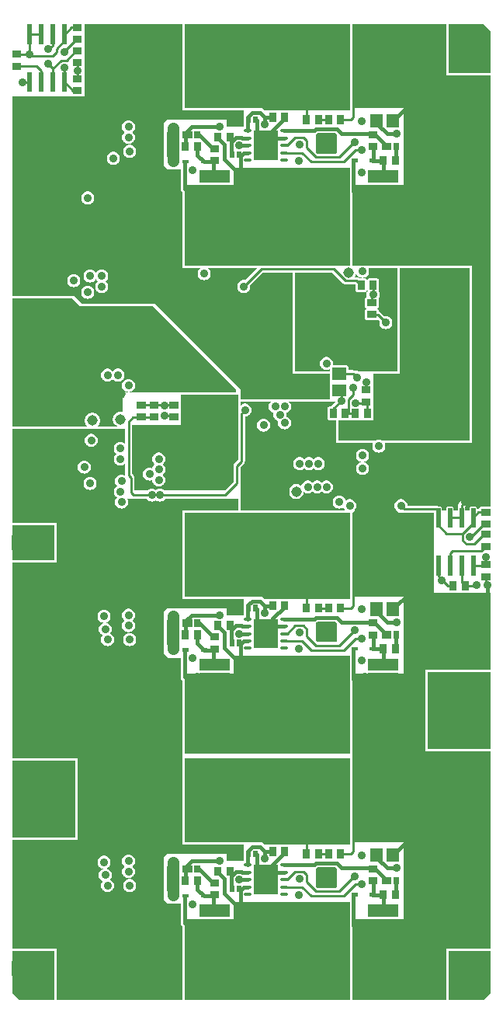
<source format=gbr>
G04 start of page 5 for group 3 idx 3 *
G04 Title: fet12, bottom *
G04 Creator: pcb 20140316 *
G04 CreationDate: Thu 12 Apr 2018 01:23:09 AM GMT UTC *
G04 For: brian *
G04 Format: Gerber/RS-274X *
G04 PCB-Dimensions (mil): 6000.00 5000.00 *
G04 PCB-Coordinate-Origin: lower left *
%MOIN*%
%FSLAX25Y25*%
%LNBOTTOM*%
%ADD126C,0.0118*%
%ADD125C,0.1285*%
%ADD124C,0.2150*%
%ADD123C,0.0250*%
%ADD122C,0.0118*%
%ADD121C,0.0200*%
%ADD120C,0.0450*%
%ADD119C,0.0360*%
%ADD118R,0.2600X0.2600*%
%ADD117R,0.1047X0.1047*%
%ADD116C,0.0138*%
%ADD115R,0.0197X0.0197*%
%ADD114R,0.3600X0.3600*%
%ADD113R,0.0630X0.0630*%
%ADD112R,0.0200X0.0200*%
%ADD111R,0.0159X0.0159*%
%ADD110R,0.0217X0.0217*%
%ADD109R,0.0256X0.0256*%
%ADD108R,0.0276X0.0276*%
%ADD107R,0.0315X0.0315*%
%ADD106R,0.0512X0.0512*%
%ADD105R,0.1657X0.1657*%
%ADD104R,0.1342X0.1342*%
%ADD103R,0.0751X0.0751*%
%ADD102R,0.0276X0.0276*%
%ADD101R,0.0100X0.0100*%
%ADD100R,0.0515X0.0515*%
%ADD99R,0.0295X0.0295*%
%ADD98C,0.0394*%
%ADD97R,0.0984X0.0984*%
%ADD96C,0.0295*%
%ADD95C,0.1850*%
%ADD94C,0.2350*%
%ADD93C,0.0318*%
%ADD92C,0.0500*%
%ADD91C,0.0100*%
%ADD90C,0.0150*%
%ADD89C,0.0001*%
G54D89*G36*
X256500Y453000D02*X327500D01*
Y416000D01*
X291000D01*
X290000Y417000D01*
X256500D01*
Y453000D01*
G37*
G36*
X369000D02*Y431000D01*
X388000D01*
Y416000D01*
X351500D01*
X349000Y418500D01*
X334500D01*
X334000Y419000D01*
X328500D01*
Y453000D01*
X369000D01*
G37*
G36*
X328500Y349500D02*Y384000D01*
X350500D01*
Y416000D01*
X388000D01*
Y349500D01*
X328500D01*
G37*
G36*
X388000Y432000D02*X370000D01*
Y453000D01*
X385000D01*
X388000Y450000D01*
Y432000D01*
G37*
G36*
X313000Y398121D02*Y405695D01*
X313096Y405735D01*
X313331Y405879D01*
X313540Y406058D01*
X313585Y406110D01*
X313725Y406250D01*
X321275D01*
X322000Y405525D01*
Y398000D01*
X321500Y397500D01*
X313621D01*
X313000Y398121D01*
G37*
G36*
X255500Y453000D02*Y416000D01*
X282000D01*
Y409000D01*
X274500D01*
Y412000D01*
X249000D01*
X247500Y410500D01*
Y392500D01*
X250500Y389500D01*
X255000D01*
Y381500D01*
X255500Y381000D01*
Y348500D01*
X182500D01*
Y392500D01*
X208000D01*
Y375500D01*
X218500D01*
Y392500D01*
X236000D01*
Y412500D01*
X182500D01*
Y422000D01*
X213500D01*
Y453000D01*
X255500D01*
G37*
G36*
X236000Y392500D02*X232496D01*
Y395742D01*
X232561Y395726D01*
X233000Y395691D01*
X233439Y395726D01*
X233868Y395829D01*
X234275Y395997D01*
X234651Y396228D01*
X234986Y396514D01*
X235272Y396849D01*
X235503Y397225D01*
X235671Y397632D01*
X235774Y398061D01*
X235800Y398500D01*
X235774Y398939D01*
X235671Y399368D01*
X235503Y399775D01*
X235272Y400151D01*
X234986Y400486D01*
X234651Y400772D01*
X234275Y401003D01*
X233868Y401171D01*
X233439Y401274D01*
X233000Y401309D01*
X232561Y401274D01*
X232496Y401258D01*
Y401692D01*
X232500Y401691D01*
X232939Y401726D01*
X233368Y401829D01*
X233775Y401997D01*
X234151Y402228D01*
X234486Y402514D01*
X234772Y402849D01*
X235003Y403225D01*
X235171Y403632D01*
X235274Y404061D01*
X235300Y404500D01*
X235274Y404939D01*
X235171Y405368D01*
X235003Y405775D01*
X234772Y406151D01*
X234486Y406486D01*
X234177Y406750D01*
X234486Y407014D01*
X234772Y407349D01*
X235003Y407725D01*
X235171Y408132D01*
X235274Y408561D01*
X235300Y409000D01*
X235274Y409439D01*
X235171Y409868D01*
X235003Y410275D01*
X234772Y410651D01*
X234486Y410986D01*
X234151Y411272D01*
X233775Y411503D01*
X233368Y411671D01*
X232939Y411774D01*
X232500Y411809D01*
X232496Y411808D01*
Y412500D01*
X236000D01*
Y392500D01*
G37*
G36*
X232496D02*X225996D01*
Y392692D01*
X226000Y392691D01*
X226439Y392726D01*
X226868Y392829D01*
X227275Y392997D01*
X227651Y393228D01*
X227986Y393514D01*
X228272Y393849D01*
X228503Y394225D01*
X228671Y394632D01*
X228774Y395061D01*
X228800Y395500D01*
X228774Y395939D01*
X228671Y396368D01*
X228503Y396775D01*
X228272Y397151D01*
X227986Y397486D01*
X227651Y397772D01*
X227275Y398003D01*
X226868Y398171D01*
X226439Y398274D01*
X226000Y398309D01*
X225996Y398308D01*
Y412500D01*
X232496D01*
Y411808D01*
X232061Y411774D01*
X231632Y411671D01*
X231225Y411503D01*
X230849Y411272D01*
X230514Y410986D01*
X230228Y410651D01*
X229997Y410275D01*
X229829Y409868D01*
X229726Y409439D01*
X229691Y409000D01*
X229726Y408561D01*
X229829Y408132D01*
X229997Y407725D01*
X230228Y407349D01*
X230514Y407014D01*
X230823Y406750D01*
X230514Y406486D01*
X230228Y406151D01*
X229997Y405775D01*
X229829Y405368D01*
X229726Y404939D01*
X229691Y404500D01*
X229726Y404061D01*
X229829Y403632D01*
X229997Y403225D01*
X230228Y402849D01*
X230514Y402514D01*
X230849Y402228D01*
X231225Y401997D01*
X231632Y401829D01*
X232061Y401726D01*
X232496Y401692D01*
Y401258D01*
X232132Y401171D01*
X231725Y401003D01*
X231349Y400772D01*
X231014Y400486D01*
X230728Y400151D01*
X230497Y399775D01*
X230329Y399368D01*
X230226Y398939D01*
X230191Y398500D01*
X230226Y398061D01*
X230329Y397632D01*
X230497Y397225D01*
X230728Y396849D01*
X231014Y396514D01*
X231349Y396228D01*
X231725Y395997D01*
X232132Y395829D01*
X232496Y395742D01*
Y392500D01*
G37*
G36*
X225996D02*X218500D01*
Y375500D01*
X214996D01*
Y375692D01*
X215000Y375691D01*
X215439Y375726D01*
X215868Y375829D01*
X216275Y375997D01*
X216651Y376228D01*
X216986Y376514D01*
X217272Y376849D01*
X217503Y377225D01*
X217671Y377632D01*
X217774Y378061D01*
X217800Y378500D01*
X217774Y378939D01*
X217671Y379368D01*
X217503Y379775D01*
X217272Y380151D01*
X216986Y380486D01*
X216651Y380772D01*
X216275Y381003D01*
X215868Y381171D01*
X215439Y381274D01*
X215000Y381309D01*
X214996Y381308D01*
Y412500D01*
X225996D01*
Y398308D01*
X225561Y398274D01*
X225132Y398171D01*
X224725Y398003D01*
X224349Y397772D01*
X224014Y397486D01*
X223728Y397151D01*
X223497Y396775D01*
X223329Y396368D01*
X223226Y395939D01*
X223191Y395500D01*
X223226Y395061D01*
X223329Y394632D01*
X223497Y394225D01*
X223728Y393849D01*
X224014Y393514D01*
X224349Y393228D01*
X224725Y392997D01*
X225132Y392829D01*
X225561Y392726D01*
X225996Y392692D01*
Y392500D01*
G37*
G36*
X214996Y375500D02*X208000D01*
Y392500D01*
X182500D01*
Y412500D01*
X214996D01*
Y381308D01*
X214561Y381274D01*
X214132Y381171D01*
X213725Y381003D01*
X213349Y380772D01*
X213014Y380486D01*
X212728Y380151D01*
X212497Y379775D01*
X212329Y379368D01*
X212226Y378939D01*
X212191Y378500D01*
X212226Y378061D01*
X212329Y377632D01*
X212497Y377225D01*
X212728Y376849D01*
X213014Y376514D01*
X213349Y376228D01*
X213725Y375997D01*
X214132Y375829D01*
X214561Y375726D01*
X214996Y375692D01*
Y375500D01*
G37*
G36*
X256500Y243500D02*X327500D01*
Y206500D01*
X291000D01*
X290000Y207500D01*
X256500D01*
Y243500D01*
G37*
G36*
Y140000D02*Y174500D01*
X277500D01*
Y182000D01*
X327500D01*
Y140000D01*
X256500D01*
G37*
G36*
X289000Y245000D02*Y263500D01*
X301500D01*
Y245000D01*
X289000D01*
G37*
G36*
X313000Y188621D02*Y196195D01*
X313096Y196235D01*
X313331Y196379D01*
X313540Y196558D01*
X313585Y196610D01*
X313725Y196750D01*
X321275D01*
X322000Y196025D01*
Y188500D01*
X321500Y188000D01*
X313621D01*
X313000Y188621D01*
G37*
G36*
X347500Y244500D02*X348500Y243500D01*
X363500D01*
Y209000D01*
X388000D01*
Y206500D01*
X351500D01*
X349000Y209000D01*
X334500D01*
X334000Y209500D01*
X328500D01*
Y243500D01*
X329500Y244500D01*
X347500D01*
G37*
G36*
X355000Y250500D02*Y269000D01*
X367500D01*
Y250500D01*
X355000D01*
G37*
G36*
X328500Y140000D02*Y174500D01*
X350500D01*
Y206500D01*
X388000D01*
Y176000D01*
X360000D01*
Y140000D01*
X328500D01*
G37*
G36*
X360000D02*Y141000D01*
X388000D01*
Y101000D01*
X351500D01*
X349000Y103500D01*
X334500D01*
X334000Y104000D01*
X328500D01*
Y140000D01*
X360000D01*
G37*
G36*
X369000Y56500D02*Y34500D01*
X328500D01*
Y69000D01*
X350500D01*
Y101000D01*
X388000D01*
Y56500D01*
X369000D01*
G37*
G36*
X361000Y142000D02*Y175000D01*
X388000D01*
Y142000D01*
X361000D01*
G37*
G36*
X388000Y55500D02*Y37500D01*
X385000Y34500D01*
X370000D01*
Y55500D01*
X388000D01*
G37*
G36*
X313000Y83121D02*Y90695D01*
X313096Y90735D01*
X313331Y90879D01*
X313540Y91058D01*
X313585Y91110D01*
X313725Y91250D01*
X321275D01*
X322000Y90525D01*
Y83000D01*
X321500Y82500D01*
X313621D01*
X313000Y83121D01*
G37*
G36*
X256500Y349500D02*Y384000D01*
X277500D01*
Y391500D01*
X327500D01*
Y349500D01*
X256500D01*
G37*
G36*
X289744Y320000D02*X271244D01*
Y332500D01*
X289744D01*
Y320000D01*
G37*
G36*
X295500Y346500D02*X303000D01*
Y303000D01*
X319000D01*
Y292000D01*
X295500D01*
Y292753D01*
X300578Y292757D01*
X300731Y292794D01*
X300877Y292854D01*
X301011Y292937D01*
X301131Y293039D01*
X301233Y293158D01*
X301315Y293293D01*
X301375Y293438D01*
X301412Y293591D01*
X301421Y293748D01*
X301412Y309653D01*
X301375Y309806D01*
X301315Y309951D01*
X301233Y310086D01*
X301131Y310205D01*
X301011Y310308D01*
X300877Y310390D01*
X300731Y310450D01*
X300578Y310487D01*
X300421Y310496D01*
X295500Y310492D01*
Y346500D01*
G37*
G36*
X280622Y338061D02*X280725Y337997D01*
X281132Y337829D01*
X281561Y337726D01*
X282000Y337691D01*
X282439Y337726D01*
X282868Y337829D01*
X283275Y337997D01*
X283651Y338228D01*
X283986Y338514D01*
X284272Y338849D01*
X284503Y339225D01*
X284671Y339632D01*
X284774Y340061D01*
X284800Y340500D01*
X284774Y340939D01*
X284733Y341111D01*
X290121Y346500D01*
X295500D01*
Y310492D01*
X290422Y310487D01*
X290269Y310450D01*
X290123Y310390D01*
X289989Y310308D01*
X289869Y310205D01*
X289767Y310086D01*
X289685Y309951D01*
X289625Y309806D01*
X289588Y309653D01*
X289579Y309496D01*
X289588Y293591D01*
X289625Y293438D01*
X289685Y293293D01*
X289767Y293158D01*
X289869Y293039D01*
X289989Y292937D01*
X290123Y292854D01*
X290269Y292794D01*
X290422Y292757D01*
X290579Y292748D01*
X295500Y292753D01*
Y292000D01*
X280622D01*
Y320083D01*
X288653Y320088D01*
X288806Y320125D01*
X288951Y320185D01*
X289086Y320267D01*
X289205Y320369D01*
X289308Y320489D01*
X289390Y320623D01*
X289450Y320769D01*
X289487Y320922D01*
X289496Y321079D01*
X289487Y331078D01*
X289450Y331231D01*
X289390Y331377D01*
X289308Y331511D01*
X289205Y331631D01*
X289086Y331733D01*
X288951Y331815D01*
X288806Y331875D01*
X288653Y331912D01*
X288496Y331921D01*
X280622Y331917D01*
Y338061D01*
G37*
G36*
Y348500D02*X287879D01*
X282611Y343233D01*
X282439Y343274D01*
X282000Y343309D01*
X281561Y343274D01*
X281132Y343171D01*
X280725Y343003D01*
X280622Y342939D01*
Y348500D01*
G37*
G36*
X218496Y343714D02*X218500Y343721D01*
X218728Y343349D01*
X219014Y343014D01*
X219323Y342750D01*
X219014Y342486D01*
X218728Y342151D01*
X218497Y341775D01*
X218496Y341771D01*
Y343714D01*
G37*
G36*
Y348500D02*X263721D01*
X263349Y348272D01*
X263014Y347986D01*
X262728Y347651D01*
X262497Y347275D01*
X262329Y346868D01*
X262226Y346439D01*
X262191Y346000D01*
X262226Y345561D01*
X262329Y345132D01*
X262497Y344725D01*
X262728Y344349D01*
X263014Y344014D01*
X263349Y343728D01*
X263725Y343497D01*
X264132Y343329D01*
X264561Y343226D01*
X265000Y343191D01*
X265439Y343226D01*
X265868Y343329D01*
X266275Y343497D01*
X266651Y343728D01*
X266986Y344014D01*
X267272Y344349D01*
X267503Y344725D01*
X267671Y345132D01*
X267774Y345561D01*
X267800Y346000D01*
X267774Y346439D01*
X267671Y346868D01*
X267503Y347275D01*
X267272Y347651D01*
X266986Y347986D01*
X266651Y348272D01*
X266279Y348500D01*
X280622D01*
Y342939D01*
X280349Y342772D01*
X280014Y342486D01*
X279728Y342151D01*
X279497Y341775D01*
X279329Y341368D01*
X279226Y340939D01*
X279191Y340500D01*
X279226Y340061D01*
X279329Y339632D01*
X279497Y339225D01*
X279728Y338849D01*
X280014Y338514D01*
X280349Y338228D01*
X280622Y338061D01*
Y331917D01*
X272591Y331912D01*
X272438Y331875D01*
X272293Y331815D01*
X272158Y331733D01*
X272039Y331631D01*
X271937Y331511D01*
X271854Y331377D01*
X271794Y331231D01*
X271757Y331078D01*
X271748Y330921D01*
X271757Y320922D01*
X271794Y320769D01*
X271854Y320623D01*
X271937Y320489D01*
X272039Y320369D01*
X272158Y320267D01*
X272293Y320185D01*
X272438Y320125D01*
X272591Y320088D01*
X272748Y320079D01*
X280622Y320083D01*
Y292000D01*
X280500D01*
Y296500D01*
X244000Y333000D01*
X218496D01*
Y339229D01*
X218497Y339225D01*
X218728Y338849D01*
X219014Y338514D01*
X219349Y338228D01*
X219725Y337997D01*
X220132Y337829D01*
X220561Y337726D01*
X221000Y337691D01*
X221439Y337726D01*
X221868Y337829D01*
X222275Y337997D01*
X222651Y338228D01*
X222986Y338514D01*
X223272Y338849D01*
X223503Y339225D01*
X223671Y339632D01*
X223774Y340061D01*
X223800Y340500D01*
X223774Y340939D01*
X223671Y341368D01*
X223503Y341775D01*
X223272Y342151D01*
X222986Y342486D01*
X222677Y342750D01*
X222986Y343014D01*
X223272Y343349D01*
X223503Y343725D01*
X223671Y344132D01*
X223774Y344561D01*
X223800Y345000D01*
X223774Y345439D01*
X223671Y345868D01*
X223503Y346275D01*
X223272Y346651D01*
X222986Y346986D01*
X222651Y347272D01*
X222275Y347503D01*
X221868Y347671D01*
X221439Y347774D01*
X221000Y347809D01*
X220561Y347774D01*
X220132Y347671D01*
X219725Y347503D01*
X219349Y347272D01*
X219014Y346986D01*
X218728Y346651D01*
X218500Y346279D01*
X218496Y346286D01*
Y348500D01*
G37*
G36*
X214996Y342385D02*X215132Y342329D01*
X215561Y342226D01*
X216000Y342191D01*
X216439Y342226D01*
X216868Y342329D01*
X217275Y342497D01*
X217651Y342728D01*
X217986Y343014D01*
X218272Y343349D01*
X218496Y343714D01*
Y341771D01*
X218329Y341368D01*
X218226Y340939D01*
X218191Y340500D01*
X218226Y340061D01*
X218329Y339632D01*
X218496Y339229D01*
Y333000D01*
X214996D01*
Y335192D01*
X215000Y335191D01*
X215439Y335226D01*
X215868Y335329D01*
X216275Y335497D01*
X216651Y335728D01*
X216986Y336014D01*
X217272Y336349D01*
X217503Y336725D01*
X217671Y337132D01*
X217774Y337561D01*
X217800Y338000D01*
X217774Y338439D01*
X217671Y338868D01*
X217503Y339275D01*
X217272Y339651D01*
X216986Y339986D01*
X216651Y340272D01*
X216275Y340503D01*
X215868Y340671D01*
X215439Y340774D01*
X215000Y340809D01*
X214996Y340808D01*
Y342385D01*
G37*
G36*
Y348500D02*X218496D01*
Y346286D01*
X218272Y346651D01*
X217986Y346986D01*
X217651Y347272D01*
X217275Y347503D01*
X216868Y347671D01*
X216439Y347774D01*
X216000Y347809D01*
X215561Y347774D01*
X215132Y347671D01*
X214996Y347615D01*
Y348500D01*
G37*
G36*
X208996D02*X214996D01*
Y347615D01*
X214725Y347503D01*
X214349Y347272D01*
X214014Y346986D01*
X213728Y346651D01*
X213497Y346275D01*
X213329Y345868D01*
X213226Y345439D01*
X213191Y345000D01*
X213226Y344561D01*
X213329Y344132D01*
X213497Y343725D01*
X213728Y343349D01*
X214014Y343014D01*
X214349Y342728D01*
X214725Y342497D01*
X214996Y342385D01*
Y340808D01*
X214561Y340774D01*
X214132Y340671D01*
X213725Y340503D01*
X213349Y340272D01*
X213014Y339986D01*
X212728Y339651D01*
X212497Y339275D01*
X212329Y338868D01*
X212226Y338439D01*
X212191Y338000D01*
X212226Y337561D01*
X212329Y337132D01*
X212497Y336725D01*
X212728Y336349D01*
X213014Y336014D01*
X213349Y335728D01*
X213725Y335497D01*
X214132Y335329D01*
X214561Y335226D01*
X214996Y335192D01*
Y333000D01*
X212500D01*
X209000Y336500D01*
X208996D01*
Y340192D01*
X209000Y340191D01*
X209439Y340226D01*
X209868Y340329D01*
X210275Y340497D01*
X210651Y340728D01*
X210986Y341014D01*
X211272Y341349D01*
X211503Y341725D01*
X211671Y342132D01*
X211774Y342561D01*
X211800Y343000D01*
X211774Y343439D01*
X211671Y343868D01*
X211503Y344275D01*
X211272Y344651D01*
X210986Y344986D01*
X210651Y345272D01*
X210275Y345503D01*
X209868Y345671D01*
X209439Y345774D01*
X209000Y345809D01*
X208996Y345808D01*
Y348500D01*
G37*
G36*
X182500D02*X208996D01*
Y345808D01*
X208561Y345774D01*
X208132Y345671D01*
X207725Y345503D01*
X207349Y345272D01*
X207014Y344986D01*
X206728Y344651D01*
X206497Y344275D01*
X206329Y343868D01*
X206226Y343439D01*
X206191Y343000D01*
X206226Y342561D01*
X206329Y342132D01*
X206497Y341725D01*
X206728Y341349D01*
X207014Y341014D01*
X207349Y340728D01*
X207725Y340497D01*
X208132Y340329D01*
X208561Y340226D01*
X208996Y340192D01*
Y336500D01*
X182500D01*
Y348500D01*
G37*
G36*
X233378Y332000D02*X243000D01*
X278500Y296500D01*
Y295000D01*
X233378D01*
Y295333D01*
X233775Y295497D01*
X234151Y295728D01*
X234486Y296014D01*
X234772Y296349D01*
X235003Y296725D01*
X235171Y297132D01*
X235274Y297561D01*
X235300Y298000D01*
X235274Y298439D01*
X235171Y298868D01*
X235003Y299275D01*
X234772Y299651D01*
X234486Y299986D01*
X234151Y300272D01*
X233775Y300503D01*
X233378Y300667D01*
Y320083D01*
X241409Y320088D01*
X241562Y320125D01*
X241707Y320185D01*
X241842Y320267D01*
X241961Y320369D01*
X242063Y320489D01*
X242146Y320623D01*
X242206Y320769D01*
X242243Y320922D01*
X242252Y321079D01*
X242243Y331078D01*
X242206Y331231D01*
X242146Y331377D01*
X242063Y331511D01*
X241961Y331631D01*
X241842Y331733D01*
X241707Y331815D01*
X241562Y331875D01*
X241409Y331912D01*
X241252Y331921D01*
X233378Y331917D01*
Y332000D01*
G37*
G36*
X225746Y283428D02*X225780Y282990D01*
X225900Y282493D01*
X226095Y282020D01*
X226363Y281584D01*
X226695Y281195D01*
X227084Y280863D01*
X227520Y280595D01*
X227750Y280500D01*
X225746D01*
Y283428D01*
G37*
G36*
Y320079D02*X233378Y320083D01*
Y300667D01*
X233368Y300671D01*
X232939Y300774D01*
X232500Y300809D01*
X232061Y300774D01*
X231632Y300671D01*
X231225Y300503D01*
X230849Y300272D01*
X230514Y299986D01*
X230228Y299651D01*
X229997Y299275D01*
X229829Y298868D01*
X229726Y298439D01*
X229691Y298000D01*
X229726Y297561D01*
X229829Y297132D01*
X229997Y296725D01*
X230228Y296349D01*
X230514Y296014D01*
X230849Y295728D01*
X231225Y295497D01*
X231632Y295329D01*
X232061Y295226D01*
X232500Y295191D01*
X232939Y295226D01*
X233368Y295329D01*
X233378Y295333D01*
Y295000D01*
X230000D01*
Y286602D01*
X229510Y286720D01*
X229000Y286760D01*
X228490Y286720D01*
X227993Y286600D01*
X227520Y286405D01*
X227084Y286137D01*
X226695Y285805D01*
X226363Y285416D01*
X226095Y284980D01*
X225900Y284507D01*
X225780Y284010D01*
X225746Y283572D01*
Y300818D01*
X225750Y300823D01*
X226014Y300514D01*
X226349Y300228D01*
X226725Y299997D01*
X227132Y299829D01*
X227561Y299726D01*
X228000Y299691D01*
X228439Y299726D01*
X228868Y299829D01*
X229275Y299997D01*
X229651Y300228D01*
X229986Y300514D01*
X230272Y300849D01*
X230503Y301225D01*
X230671Y301632D01*
X230774Y302061D01*
X230800Y302500D01*
X230774Y302939D01*
X230671Y303368D01*
X230503Y303775D01*
X230272Y304151D01*
X229986Y304486D01*
X229651Y304772D01*
X229275Y305003D01*
X228868Y305171D01*
X228439Y305274D01*
X228000Y305309D01*
X227561Y305274D01*
X227132Y305171D01*
X226725Y305003D01*
X226349Y304772D01*
X226014Y304486D01*
X225750Y304177D01*
X225746Y304182D01*
Y320079D01*
G37*
G36*
Y332000D02*X233378D01*
Y331917D01*
X225746Y331912D01*
Y332000D01*
G37*
G36*
X200500Y335500D02*X208000D01*
X211500Y332000D01*
X225746D01*
Y331912D01*
X225347Y331912D01*
X225194Y331875D01*
X225049Y331815D01*
X224914Y331733D01*
X224795Y331631D01*
X224692Y331511D01*
X224610Y331377D01*
X224550Y331231D01*
X224513Y331078D01*
X224504Y330921D01*
X224513Y320922D01*
X224550Y320769D01*
X224610Y320623D01*
X224692Y320489D01*
X224795Y320369D01*
X224914Y320267D01*
X225049Y320185D01*
X225194Y320125D01*
X225347Y320088D01*
X225504Y320079D01*
X225746Y320079D01*
Y304182D01*
X225486Y304486D01*
X225151Y304772D01*
X224775Y305003D01*
X224368Y305171D01*
X223939Y305274D01*
X223500Y305309D01*
X223061Y305274D01*
X222632Y305171D01*
X222225Y305003D01*
X221849Y304772D01*
X221514Y304486D01*
X221228Y304151D01*
X220997Y303775D01*
X220829Y303368D01*
X220726Y302939D01*
X220691Y302500D01*
X220726Y302061D01*
X220829Y301632D01*
X220997Y301225D01*
X221228Y300849D01*
X221514Y300514D01*
X221849Y300228D01*
X222225Y299997D01*
X222632Y299829D01*
X223061Y299726D01*
X223500Y299691D01*
X223939Y299726D01*
X224368Y299829D01*
X224775Y299997D01*
X225151Y300228D01*
X225486Y300514D01*
X225746Y300818D01*
Y283572D01*
X225740Y283500D01*
X225746Y283428D01*
Y280500D01*
X219077D01*
X219305Y280695D01*
X219637Y281084D01*
X219905Y281520D01*
X220100Y281993D01*
X220220Y282490D01*
X220250Y283000D01*
X220220Y283510D01*
X220100Y284007D01*
X219905Y284480D01*
X219637Y284916D01*
X219305Y285305D01*
X218916Y285637D01*
X218480Y285905D01*
X218007Y286100D01*
X217510Y286220D01*
X217000Y286260D01*
X216490Y286220D01*
X215993Y286100D01*
X215520Y285905D01*
X215084Y285637D01*
X214695Y285305D01*
X214363Y284916D01*
X214095Y284480D01*
X213900Y284007D01*
X213780Y283510D01*
X213740Y283000D01*
X213780Y282490D01*
X213900Y281993D01*
X214095Y281520D01*
X214363Y281084D01*
X214695Y280695D01*
X214923Y280500D01*
X200500D01*
Y294753D01*
X205578Y294757D01*
X205731Y294794D01*
X205877Y294854D01*
X206011Y294937D01*
X206131Y295039D01*
X206233Y295158D01*
X206315Y295293D01*
X206375Y295438D01*
X206412Y295591D01*
X206421Y295748D01*
X206412Y311653D01*
X206375Y311806D01*
X206315Y311951D01*
X206233Y312086D01*
X206131Y312205D01*
X206011Y312308D01*
X205877Y312390D01*
X205731Y312450D01*
X205578Y312487D01*
X205421Y312496D01*
X200500Y312492D01*
Y314508D01*
X205578Y314513D01*
X205731Y314550D01*
X205877Y314610D01*
X206011Y314692D01*
X206131Y314795D01*
X206233Y314914D01*
X206315Y315049D01*
X206375Y315194D01*
X206412Y315347D01*
X206421Y315504D01*
X206412Y331409D01*
X206375Y331562D01*
X206315Y331707D01*
X206233Y331842D01*
X206131Y331961D01*
X206011Y332063D01*
X205877Y332146D01*
X205731Y332206D01*
X205578Y332243D01*
X205421Y332252D01*
X200500Y332247D01*
Y335500D01*
G37*
G36*
X182500D02*X200500D01*
Y332247D01*
X195422Y332243D01*
X195269Y332206D01*
X195123Y332146D01*
X194989Y332063D01*
X194869Y331961D01*
X194767Y331842D01*
X194685Y331707D01*
X194625Y331562D01*
X194588Y331409D01*
X194579Y331252D01*
X194588Y315347D01*
X194625Y315194D01*
X194685Y315049D01*
X194767Y314914D01*
X194869Y314795D01*
X194989Y314692D01*
X195123Y314610D01*
X195269Y314550D01*
X195422Y314513D01*
X195579Y314504D01*
X200500Y314508D01*
Y312492D01*
X195422Y312487D01*
X195269Y312450D01*
X195123Y312390D01*
X194989Y312308D01*
X194869Y312205D01*
X194767Y312086D01*
X194685Y311951D01*
X194625Y311806D01*
X194588Y311653D01*
X194579Y311496D01*
X194588Y295591D01*
X194625Y295438D01*
X194685Y295293D01*
X194767Y295158D01*
X194869Y295039D01*
X194989Y294937D01*
X195123Y294854D01*
X195269Y294794D01*
X195422Y294757D01*
X195579Y294748D01*
X200500Y294753D01*
Y280500D01*
X182500D01*
Y335500D01*
G37*
G36*
X206500Y332500D02*Y314000D01*
X194000D01*
Y332500D01*
X206500D01*
G37*
G36*
Y312744D02*Y294244D01*
X194000D01*
Y312744D01*
X206500D01*
G37*
G36*
X224256Y332000D02*X242756D01*
Y319500D01*
X224256D01*
Y332000D01*
G37*
G36*
X339916Y348500D02*X348000D01*
Y304000D01*
X339916D01*
Y325963D01*
X340267Y325611D01*
X340226Y325439D01*
X340191Y325000D01*
X340226Y324561D01*
X340329Y324132D01*
X340497Y323725D01*
X340728Y323349D01*
X341014Y323014D01*
X341349Y322728D01*
X341725Y322497D01*
X342132Y322329D01*
X342561Y322226D01*
X343000Y322191D01*
X343439Y322226D01*
X343868Y322329D01*
X344275Y322497D01*
X344651Y322728D01*
X344986Y323014D01*
X345272Y323349D01*
X345503Y323725D01*
X345671Y324132D01*
X345774Y324561D01*
X345800Y325000D01*
X345774Y325439D01*
X345671Y325868D01*
X345503Y326275D01*
X345272Y326651D01*
X344986Y326986D01*
X344651Y327272D01*
X344275Y327503D01*
X343868Y327671D01*
X343439Y327774D01*
X343000Y327809D01*
X342561Y327774D01*
X342389Y327733D01*
X340661Y329460D01*
X340623Y329505D01*
X340443Y329658D01*
X340242Y329782D01*
X340024Y329872D01*
X339959Y329887D01*
X339959Y330074D01*
X339922Y330227D01*
X339916Y330241D01*
Y331759D01*
X339922Y331773D01*
X339959Y331926D01*
X339968Y332083D01*
X339959Y335192D01*
X339922Y335345D01*
X339916Y335359D01*
Y335584D01*
X340003Y335725D01*
X340171Y336132D01*
X340274Y336561D01*
X340300Y337000D01*
X340274Y337439D01*
X340171Y337868D01*
X340003Y338275D01*
X339916Y338416D01*
Y338556D01*
X339929Y338577D01*
X339989Y338722D01*
X340026Y338875D01*
X340035Y339032D01*
X340026Y343125D01*
X339989Y343278D01*
X339929Y343423D01*
X339916Y343444D01*
Y348500D01*
G37*
G36*
Y338416D02*X339873Y338486D01*
X339916Y338556D01*
Y338416D01*
G37*
G36*
Y335359D02*X339862Y335490D01*
X339860Y335493D01*
X339916Y335584D01*
Y335359D01*
G37*
G36*
X333917Y343968D02*X331601Y343961D01*
X331543Y344019D01*
X331505Y344064D01*
X331325Y344217D01*
X331124Y344341D01*
X330906Y344431D01*
X330676Y344486D01*
X330676Y344486D01*
X330441Y344505D01*
X330382Y344500D01*
X329566D01*
X329637Y344584D01*
X329905Y345020D01*
X330100Y345493D01*
X330220Y345990D01*
X330248Y346468D01*
X330329Y346132D01*
X330497Y345725D01*
X330728Y345349D01*
X331014Y345014D01*
X331349Y344728D01*
X331725Y344497D01*
X332132Y344329D01*
X332561Y344226D01*
X333000Y344191D01*
X333439Y344226D01*
X333868Y344329D01*
X334275Y344497D01*
X334651Y344728D01*
X334986Y345014D01*
X335272Y345349D01*
X335503Y345725D01*
X335671Y346132D01*
X335774Y346561D01*
X335800Y347000D01*
X335774Y347439D01*
X335671Y347868D01*
X335503Y348275D01*
X335365Y348500D01*
X339916D01*
Y343444D01*
X339847Y343558D01*
X339744Y343677D01*
X339625Y343780D01*
X339490Y343862D01*
X339345Y343922D01*
X339192Y343959D01*
X339035Y343968D01*
X335926Y343959D01*
X335773Y343922D01*
X335628Y343862D01*
X335493Y343780D01*
X335374Y343677D01*
X335271Y343558D01*
X335189Y343423D01*
X335129Y343278D01*
X335092Y343125D01*
X335083Y342968D01*
X335092Y338875D01*
X335129Y338722D01*
X335186Y338583D01*
X334997Y338275D01*
X334829Y337868D01*
X334726Y337439D01*
X334691Y337000D01*
X334726Y336561D01*
X334829Y336132D01*
X334873Y336025D01*
X334722Y335989D01*
X334577Y335929D01*
X334442Y335847D01*
X334323Y335744D01*
X334220Y335625D01*
X334138Y335490D01*
X334078Y335345D01*
X334041Y335192D01*
X334032Y335035D01*
X334041Y331926D01*
X334078Y331773D01*
X334138Y331628D01*
X334220Y331493D01*
X334323Y331374D01*
X334442Y331271D01*
X334577Y331189D01*
X334722Y331129D01*
X334875Y331092D01*
X335032Y331083D01*
X339125Y331092D01*
X339278Y331129D01*
X339423Y331189D01*
X339558Y331271D01*
X339677Y331374D01*
X339780Y331493D01*
X339862Y331628D01*
X339916Y331759D01*
Y330241D01*
X339862Y330372D01*
X339780Y330507D01*
X339677Y330626D01*
X339558Y330729D01*
X339423Y330811D01*
X339278Y330871D01*
X339125Y330908D01*
X338968Y330917D01*
X334875Y330908D01*
X334722Y330871D01*
X334577Y330811D01*
X334442Y330729D01*
X334323Y330626D01*
X334220Y330507D01*
X334138Y330372D01*
X334078Y330227D01*
X334041Y330074D01*
X334032Y329917D01*
X334041Y326808D01*
X334078Y326655D01*
X334138Y326510D01*
X334220Y326375D01*
X334323Y326256D01*
X334442Y326153D01*
X334577Y326071D01*
X334722Y326011D01*
X334875Y325974D01*
X335032Y325965D01*
X339125Y325974D01*
X339278Y326011D01*
X339423Y326071D01*
X339558Y326153D01*
X339648Y326231D01*
X339916Y325963D01*
Y304000D01*
X331779D01*
X331775Y304003D01*
X331368Y304171D01*
X330939Y304274D01*
X330500Y304309D01*
X330061Y304274D01*
X329877Y304230D01*
X329841Y304260D01*
X329640Y304384D01*
X329422Y304474D01*
X329192Y304529D01*
X329192Y304529D01*
X328957Y304548D01*
X328898Y304543D01*
X326945D01*
X326943Y305759D01*
X326906Y305912D01*
X326846Y306057D01*
X326764Y306192D01*
X326661Y306311D01*
X326542Y306414D01*
X326407Y306496D01*
X326262Y306556D01*
X326109Y306593D01*
X325952Y306602D01*
X320155Y306593D01*
X320171Y306632D01*
X320274Y307061D01*
X320300Y307500D01*
X320274Y307939D01*
X320171Y308368D01*
X320003Y308775D01*
X319772Y309151D01*
X319486Y309486D01*
X319151Y309772D01*
X318775Y310003D01*
X318368Y310171D01*
X317939Y310274D01*
X317500Y310309D01*
X317061Y310274D01*
X316632Y310171D01*
X316225Y310003D01*
X315849Y309772D01*
X315514Y309486D01*
X315228Y309151D01*
X314997Y308775D01*
X314829Y308368D01*
X314726Y307939D01*
X314691Y307500D01*
X314726Y307061D01*
X314829Y306632D01*
X314997Y306225D01*
X315228Y305849D01*
X315514Y305514D01*
X315849Y305228D01*
X316225Y304997D01*
X316632Y304829D01*
X317061Y304726D01*
X317500Y304691D01*
X317939Y304726D01*
X318368Y304829D01*
X318775Y304997D01*
X319049Y305165D01*
X319051Y304000D01*
X304000D01*
Y346500D01*
X319879D01*
X324398Y341981D01*
X324436Y341936D01*
X324616Y341783D01*
X324817Y341659D01*
X325035Y341569D01*
X325265Y341514D01*
X325500Y341495D01*
X325559Y341500D01*
X329820D01*
X329969Y341351D01*
X329974Y338875D01*
X330011Y338722D01*
X330071Y338577D01*
X330153Y338442D01*
X330256Y338323D01*
X330375Y338220D01*
X330510Y338138D01*
X330655Y338078D01*
X330808Y338041D01*
X330965Y338032D01*
X334074Y338041D01*
X334227Y338078D01*
X334372Y338138D01*
X334507Y338220D01*
X334626Y338323D01*
X334729Y338442D01*
X334811Y338577D01*
X334871Y338722D01*
X334908Y338875D01*
X334917Y339032D01*
X334908Y343125D01*
X334871Y343278D01*
X334811Y343423D01*
X334729Y343558D01*
X334626Y343677D01*
X334507Y343780D01*
X334372Y343862D01*
X334227Y343922D01*
X334074Y343959D01*
X333917Y343968D01*
G37*
G36*
X289500Y292500D02*Y311000D01*
X302000D01*
Y292500D01*
X289500D01*
G37*
G36*
X361500Y273500D02*X380000D01*
Y349500D01*
X388000D01*
Y246033D01*
X387968Y246035D01*
X383875Y246026D01*
X383722Y245989D01*
X383577Y245929D01*
X383442Y245847D01*
X383323Y245744D01*
X383220Y245625D01*
X383138Y245490D01*
X383078Y245345D01*
X383041Y245192D01*
X383033Y245059D01*
X382868D01*
X382809Y245064D01*
X382574Y245045D01*
X382344Y244990D01*
X382126Y244900D01*
X381996Y244820D01*
X381995Y245578D01*
X381977Y245655D01*
X381947Y245728D01*
X381906Y245795D01*
X381855Y245855D01*
X381795Y245906D01*
X381728Y245947D01*
X381655Y245977D01*
X381578Y245995D01*
X381500Y246000D01*
X379422Y245995D01*
X379345Y245977D01*
X379272Y245947D01*
X379205Y245906D01*
X379145Y245855D01*
X379094Y245795D01*
X379053Y245728D01*
X379023Y245655D01*
X379005Y245578D01*
X379000Y245500D01*
X379001Y244500D01*
X377000D01*
Y245879D01*
X378061Y246939D01*
X378217Y247116D01*
X378341Y247317D01*
X378431Y247535D01*
X378486Y247765D01*
X378505Y248000D01*
X378486Y248235D01*
X378431Y248465D01*
X378341Y248683D01*
X378217Y248884D01*
X378064Y249064D01*
X377884Y249217D01*
X377683Y249341D01*
X377465Y249431D01*
X377235Y249486D01*
X377000Y249505D01*
X376765Y249486D01*
X376535Y249431D01*
X376317Y249341D01*
X376116Y249217D01*
X375939Y249061D01*
X374481Y247602D01*
X374436Y247564D01*
X374283Y247384D01*
X374159Y247183D01*
X374069Y246965D01*
X374014Y246735D01*
X374014Y246735D01*
X373995Y246500D01*
X374000Y246441D01*
Y244500D01*
X371996D01*
X371995Y245578D01*
X371977Y245655D01*
X371947Y245728D01*
X371906Y245795D01*
X371855Y245855D01*
X371795Y245906D01*
X371728Y245947D01*
X371655Y245977D01*
X371578Y245995D01*
X371500Y246000D01*
X369422Y245995D01*
X369345Y245977D01*
X369272Y245947D01*
X369205Y245906D01*
X369145Y245855D01*
X369094Y245795D01*
X369053Y245728D01*
X369023Y245655D01*
X369005Y245578D01*
X369000Y245500D01*
X369001Y244500D01*
X366996D01*
X366995Y245578D01*
X366977Y245655D01*
X366947Y245728D01*
X366906Y245795D01*
X366855Y245855D01*
X366795Y245906D01*
X366728Y245947D01*
X366655Y245977D01*
X366578Y245995D01*
X366500Y246000D01*
X365623Y245998D01*
X365602Y246019D01*
X365564Y246064D01*
X365384Y246217D01*
X365183Y246341D01*
X364965Y246431D01*
X364735Y246486D01*
X364500Y246505D01*
X364441Y246500D01*
X361500D01*
Y251008D01*
X366578Y251013D01*
X366731Y251050D01*
X366877Y251110D01*
X367011Y251192D01*
X367131Y251295D01*
X367233Y251414D01*
X367315Y251549D01*
X367375Y251694D01*
X367412Y251847D01*
X367421Y252004D01*
X367412Y267909D01*
X367375Y268062D01*
X367315Y268207D01*
X367233Y268342D01*
X367131Y268461D01*
X367011Y268563D01*
X366877Y268646D01*
X366731Y268706D01*
X366578Y268743D01*
X366421Y268752D01*
X361500Y268747D01*
Y273500D01*
G37*
G36*
X332996D02*X337635D01*
X337497Y273275D01*
X337329Y272868D01*
X337226Y272439D01*
X337191Y272000D01*
X337226Y271561D01*
X337329Y271132D01*
X337497Y270725D01*
X337728Y270349D01*
X338014Y270014D01*
X338349Y269728D01*
X338725Y269497D01*
X339132Y269329D01*
X339561Y269226D01*
X340000Y269191D01*
X340439Y269226D01*
X340868Y269329D01*
X341275Y269497D01*
X341651Y269728D01*
X341986Y270014D01*
X342272Y270349D01*
X342503Y270725D01*
X342671Y271132D01*
X342774Y271561D01*
X342800Y272000D01*
X342774Y272439D01*
X342671Y272868D01*
X342503Y273275D01*
X342365Y273500D01*
X361500D01*
Y268747D01*
X356422Y268743D01*
X356269Y268706D01*
X356123Y268646D01*
X355989Y268563D01*
X355869Y268461D01*
X355767Y268342D01*
X355685Y268207D01*
X355625Y268062D01*
X355588Y267909D01*
X355579Y267752D01*
X355588Y251847D01*
X355625Y251694D01*
X355685Y251549D01*
X355767Y251414D01*
X355869Y251295D01*
X355989Y251192D01*
X356123Y251110D01*
X356269Y251050D01*
X356422Y251013D01*
X356579Y251004D01*
X361500Y251008D01*
Y246500D01*
X352300D01*
X352274Y246939D01*
X352171Y247368D01*
X352003Y247775D01*
X351772Y248151D01*
X351486Y248486D01*
X351151Y248772D01*
X350775Y249003D01*
X350368Y249171D01*
X349939Y249274D01*
X349500Y249309D01*
X349061Y249274D01*
X348632Y249171D01*
X348225Y249003D01*
X347849Y248772D01*
X347514Y248486D01*
X347228Y248151D01*
X346997Y247775D01*
X346829Y247368D01*
X346726Y246939D01*
X346691Y246500D01*
X346726Y246061D01*
X346829Y245632D01*
X346997Y245225D01*
X347228Y244849D01*
X347514Y244514D01*
X347530Y244500D01*
X332996D01*
Y259692D01*
X333000Y259691D01*
X333439Y259726D01*
X333868Y259829D01*
X334275Y259997D01*
X334651Y260228D01*
X334986Y260514D01*
X335272Y260849D01*
X335503Y261225D01*
X335671Y261632D01*
X335774Y262061D01*
X335800Y262500D01*
X335774Y262939D01*
X335671Y263368D01*
X335503Y263775D01*
X335272Y264151D01*
X334986Y264486D01*
X334651Y264772D01*
X334275Y265003D01*
X333868Y265171D01*
X333540Y265250D01*
X333868Y265329D01*
X334275Y265497D01*
X334651Y265728D01*
X334986Y266014D01*
X335272Y266349D01*
X335503Y266725D01*
X335671Y267132D01*
X335774Y267561D01*
X335800Y268000D01*
X335774Y268439D01*
X335671Y268868D01*
X335503Y269275D01*
X335272Y269651D01*
X334986Y269986D01*
X334651Y270272D01*
X334275Y270503D01*
X333868Y270671D01*
X333439Y270774D01*
X333000Y270809D01*
X332996Y270808D01*
Y273500D01*
G37*
G36*
X304939Y291000D02*X321240D01*
X321267Y290889D01*
X319422Y289043D01*
X319377Y289005D01*
X319339Y288960D01*
X318808Y288959D01*
X318655Y288922D01*
X318510Y288862D01*
X318375Y288780D01*
X318256Y288677D01*
X318153Y288558D01*
X318071Y288423D01*
X318011Y288278D01*
X317974Y288125D01*
X317965Y287968D01*
X317974Y283875D01*
X318011Y283722D01*
X318071Y283577D01*
X318153Y283442D01*
X318256Y283323D01*
X318375Y283220D01*
X318510Y283138D01*
X318655Y283078D01*
X318808Y283041D01*
X318965Y283032D01*
X321500Y283040D01*
Y273500D01*
X332996D01*
Y270808D01*
X332561Y270774D01*
X332132Y270671D01*
X331725Y270503D01*
X331349Y270272D01*
X331014Y269986D01*
X330728Y269651D01*
X330497Y269275D01*
X330329Y268868D01*
X330226Y268439D01*
X330191Y268000D01*
X330226Y267561D01*
X330329Y267132D01*
X330497Y266725D01*
X330728Y266349D01*
X331014Y266014D01*
X331349Y265728D01*
X331725Y265497D01*
X332132Y265329D01*
X332460Y265250D01*
X332132Y265171D01*
X331725Y265003D01*
X331349Y264772D01*
X331014Y264486D01*
X330728Y264151D01*
X330497Y263775D01*
X330329Y263368D01*
X330226Y262939D01*
X330191Y262500D01*
X330226Y262061D01*
X330329Y261632D01*
X330497Y261225D01*
X330728Y260849D01*
X331014Y260514D01*
X331349Y260228D01*
X331725Y259997D01*
X332132Y259829D01*
X332561Y259726D01*
X332996Y259692D01*
Y244500D01*
X329470D01*
X329486Y244514D01*
X329772Y244849D01*
X330003Y245225D01*
X330171Y245632D01*
X330274Y246061D01*
X330300Y246500D01*
X330274Y246939D01*
X330171Y247368D01*
X330003Y247775D01*
X329772Y248151D01*
X329486Y248486D01*
X329151Y248772D01*
X328775Y249003D01*
X328368Y249171D01*
X327939Y249274D01*
X327500Y249309D01*
X327061Y249274D01*
X326632Y249171D01*
X326225Y249003D01*
X325849Y248772D01*
X325721Y248662D01*
X325671Y248868D01*
X325503Y249275D01*
X325272Y249651D01*
X324986Y249986D01*
X324651Y250272D01*
X324275Y250503D01*
X323868Y250671D01*
X323439Y250774D01*
X323000Y250809D01*
X322561Y250774D01*
X322132Y250671D01*
X321725Y250503D01*
X321349Y250272D01*
X321014Y249986D01*
X320728Y249651D01*
X320497Y249275D01*
X320329Y248868D01*
X320226Y248439D01*
X320191Y248000D01*
X320226Y247561D01*
X320329Y247132D01*
X320497Y246725D01*
X320728Y246349D01*
X321014Y246014D01*
X321349Y245728D01*
X321725Y245497D01*
X322132Y245329D01*
X322561Y245226D01*
X323000Y245191D01*
X323439Y245226D01*
X323868Y245329D01*
X324275Y245497D01*
X324651Y245728D01*
X324779Y245838D01*
X324829Y245632D01*
X324997Y245225D01*
X325228Y244849D01*
X325514Y244514D01*
X325530Y244500D01*
X304939D01*
Y249275D01*
X305010Y249280D01*
X305507Y249400D01*
X305980Y249595D01*
X306416Y249863D01*
X306805Y250195D01*
X307137Y250584D01*
X307405Y251020D01*
X307600Y251493D01*
X307720Y251990D01*
X307739Y252321D01*
X307849Y252228D01*
X308225Y251997D01*
X308632Y251829D01*
X309061Y251726D01*
X309500Y251691D01*
X309939Y251726D01*
X310368Y251829D01*
X310775Y251997D01*
X311151Y252228D01*
X311486Y252514D01*
X311500Y252530D01*
X311514Y252514D01*
X311849Y252228D01*
X312225Y251997D01*
X312632Y251829D01*
X313061Y251726D01*
X313500Y251691D01*
X313939Y251726D01*
X314368Y251829D01*
X314775Y251997D01*
X315151Y252228D01*
X315486Y252514D01*
X315500Y252530D01*
X315514Y252514D01*
X315849Y252228D01*
X316225Y251997D01*
X316632Y251829D01*
X317061Y251726D01*
X317500Y251691D01*
X317939Y251726D01*
X318368Y251829D01*
X318775Y251997D01*
X319151Y252228D01*
X319486Y252514D01*
X319772Y252849D01*
X320003Y253225D01*
X320171Y253632D01*
X320274Y254061D01*
X320300Y254500D01*
X320274Y254939D01*
X320171Y255368D01*
X320003Y255775D01*
X319772Y256151D01*
X319486Y256486D01*
X319151Y256772D01*
X318775Y257003D01*
X318368Y257171D01*
X317939Y257274D01*
X317500Y257309D01*
X317061Y257274D01*
X316632Y257171D01*
X316225Y257003D01*
X315849Y256772D01*
X315514Y256486D01*
X315500Y256470D01*
X315486Y256486D01*
X315151Y256772D01*
X314775Y257003D01*
X314368Y257171D01*
X313939Y257274D01*
X313500Y257309D01*
X313061Y257274D01*
X312632Y257171D01*
X312225Y257003D01*
X311849Y256772D01*
X311514Y256486D01*
X311500Y256470D01*
X311486Y256486D01*
X311151Y256772D01*
X310775Y257003D01*
X310368Y257171D01*
X309939Y257274D01*
X309500Y257309D01*
X309061Y257274D01*
X308632Y257171D01*
X308225Y257003D01*
X307849Y256772D01*
X307514Y256486D01*
X307228Y256151D01*
X306997Y255775D01*
X306829Y255368D01*
X306726Y254939D01*
X306721Y254877D01*
X306416Y255137D01*
X305980Y255405D01*
X305507Y255600D01*
X305010Y255720D01*
X304939Y255725D01*
Y261909D01*
X305132Y261829D01*
X305561Y261726D01*
X306000Y261691D01*
X306439Y261726D01*
X306868Y261829D01*
X307275Y261997D01*
X307651Y262228D01*
X307986Y262514D01*
X308000Y262530D01*
X308014Y262514D01*
X308349Y262228D01*
X308725Y261997D01*
X309132Y261829D01*
X309561Y261726D01*
X310000Y261691D01*
X310439Y261726D01*
X310868Y261829D01*
X311275Y261997D01*
X311651Y262228D01*
X311986Y262514D01*
X312000Y262530D01*
X312014Y262514D01*
X312349Y262228D01*
X312725Y261997D01*
X313132Y261829D01*
X313561Y261726D01*
X314000Y261691D01*
X314439Y261726D01*
X314868Y261829D01*
X315275Y261997D01*
X315651Y262228D01*
X315986Y262514D01*
X316272Y262849D01*
X316503Y263225D01*
X316671Y263632D01*
X316774Y264061D01*
X316800Y264500D01*
X316774Y264939D01*
X316671Y265368D01*
X316503Y265775D01*
X316272Y266151D01*
X315986Y266486D01*
X315651Y266772D01*
X315275Y267003D01*
X314868Y267171D01*
X314439Y267274D01*
X314000Y267309D01*
X313561Y267274D01*
X313132Y267171D01*
X312725Y267003D01*
X312349Y266772D01*
X312014Y266486D01*
X312000Y266470D01*
X311986Y266486D01*
X311651Y266772D01*
X311275Y267003D01*
X310868Y267171D01*
X310439Y267274D01*
X310000Y267309D01*
X309561Y267274D01*
X309132Y267171D01*
X308725Y267003D01*
X308349Y266772D01*
X308014Y266486D01*
X308000Y266470D01*
X307986Y266486D01*
X307651Y266772D01*
X307275Y267003D01*
X306868Y267171D01*
X306439Y267274D01*
X306000Y267309D01*
X305561Y267274D01*
X305132Y267171D01*
X304939Y267091D01*
Y291000D01*
G37*
G36*
X290496Y245509D02*X290579Y245504D01*
X300578Y245513D01*
X300731Y245550D01*
X300877Y245610D01*
X301011Y245692D01*
X301131Y245795D01*
X301233Y245914D01*
X301315Y246049D01*
X301375Y246194D01*
X301412Y246347D01*
X301421Y246504D01*
X301418Y251447D01*
X301595Y251020D01*
X301863Y250584D01*
X302195Y250195D01*
X302584Y249863D01*
X303020Y249595D01*
X303493Y249400D01*
X303990Y249280D01*
X304500Y249240D01*
X304939Y249275D01*
Y244500D01*
X290496D01*
Y245509D01*
G37*
G36*
Y291000D02*X293530D01*
X293514Y290986D01*
X293228Y290651D01*
X292997Y290275D01*
X292829Y289868D01*
X292726Y289439D01*
X292691Y289000D01*
X292726Y288561D01*
X292829Y288132D01*
X292997Y287725D01*
X293228Y287349D01*
X293514Y287014D01*
X293849Y286728D01*
X294225Y286497D01*
X294632Y286329D01*
X294809Y286286D01*
X294726Y285939D01*
X294691Y285500D01*
X294726Y285061D01*
X294829Y284632D01*
X294997Y284225D01*
X295228Y283849D01*
X295514Y283514D01*
X295849Y283228D01*
X296225Y282997D01*
X296632Y282829D01*
X296809Y282786D01*
X296726Y282439D01*
X296691Y282000D01*
X296726Y281561D01*
X296829Y281132D01*
X296997Y280725D01*
X297228Y280349D01*
X297514Y280014D01*
X297849Y279728D01*
X298225Y279497D01*
X298632Y279329D01*
X299061Y279226D01*
X299500Y279191D01*
X299939Y279226D01*
X300368Y279329D01*
X300775Y279497D01*
X301151Y279728D01*
X301486Y280014D01*
X301772Y280349D01*
X302003Y280725D01*
X302171Y281132D01*
X302274Y281561D01*
X302300Y282000D01*
X302274Y282439D01*
X302171Y282868D01*
X302003Y283275D01*
X301772Y283651D01*
X301486Y283986D01*
X301151Y284272D01*
X300775Y284503D01*
X300368Y284671D01*
X300191Y284714D01*
X300274Y285061D01*
X300300Y285500D01*
X300274Y285939D01*
X300191Y286286D01*
X300368Y286329D01*
X300775Y286497D01*
X301151Y286728D01*
X301486Y287014D01*
X301772Y287349D01*
X302003Y287725D01*
X302171Y288132D01*
X302274Y288561D01*
X302300Y289000D01*
X302274Y289439D01*
X302171Y289868D01*
X302003Y290275D01*
X301772Y290651D01*
X301486Y290986D01*
X301470Y291000D01*
X304939D01*
Y267091D01*
X304725Y267003D01*
X304349Y266772D01*
X304014Y266486D01*
X303728Y266151D01*
X303497Y265775D01*
X303329Y265368D01*
X303226Y264939D01*
X303191Y264500D01*
X303226Y264061D01*
X303329Y263632D01*
X303497Y263225D01*
X303728Y262849D01*
X304014Y262514D01*
X304349Y262228D01*
X304725Y261997D01*
X304939Y261909D01*
Y255725D01*
X304500Y255760D01*
X303990Y255720D01*
X303493Y255600D01*
X303020Y255405D01*
X302584Y255137D01*
X302195Y254805D01*
X301863Y254416D01*
X301595Y253980D01*
X301417Y253550D01*
X301412Y262409D01*
X301375Y262562D01*
X301315Y262707D01*
X301233Y262842D01*
X301131Y262961D01*
X301011Y263063D01*
X300877Y263146D01*
X300731Y263206D01*
X300578Y263243D01*
X300421Y263252D01*
X290496Y263243D01*
Y278192D01*
X290500Y278191D01*
X290939Y278226D01*
X291368Y278329D01*
X291775Y278497D01*
X292151Y278728D01*
X292486Y279014D01*
X292772Y279349D01*
X293003Y279725D01*
X293171Y280132D01*
X293274Y280561D01*
X293300Y281000D01*
X293274Y281439D01*
X293171Y281868D01*
X293003Y282275D01*
X292772Y282651D01*
X292486Y282986D01*
X292151Y283272D01*
X291775Y283503D01*
X291368Y283671D01*
X290939Y283774D01*
X290500Y283809D01*
X290496Y283808D01*
Y291000D01*
G37*
G36*
X280500D02*X290496D01*
Y283808D01*
X290061Y283774D01*
X289632Y283671D01*
X289225Y283503D01*
X288849Y283272D01*
X288514Y282986D01*
X288228Y282651D01*
X287997Y282275D01*
X287829Y281868D01*
X287726Y281439D01*
X287691Y281000D01*
X287726Y280561D01*
X287829Y280132D01*
X287997Y279725D01*
X288228Y279349D01*
X288514Y279014D01*
X288849Y278728D01*
X289225Y278497D01*
X289632Y278329D01*
X290061Y278226D01*
X290496Y278192D01*
Y263243D01*
X290422Y263243D01*
X290269Y263206D01*
X290123Y263146D01*
X289989Y263063D01*
X289869Y262961D01*
X289767Y262842D01*
X289685Y262707D01*
X289625Y262562D01*
X289588Y262409D01*
X289579Y262252D01*
X289588Y246347D01*
X289625Y246194D01*
X289685Y246049D01*
X289767Y245914D01*
X289869Y245795D01*
X289989Y245692D01*
X290123Y245610D01*
X290269Y245550D01*
X290422Y245513D01*
X290496Y245509D01*
Y244500D01*
X280500D01*
Y255941D01*
X280505Y256000D01*
X280500Y256059D01*
Y262879D01*
X282019Y264398D01*
X282064Y264436D01*
X282217Y264615D01*
X282217Y264616D01*
X282341Y264817D01*
X282431Y265035D01*
X282486Y265265D01*
X282505Y265500D01*
X282500Y265559D01*
Y284691D01*
X282500D01*
X282939Y284726D01*
X283368Y284829D01*
X283775Y284997D01*
X284151Y285228D01*
X284486Y285514D01*
X284772Y285849D01*
X285003Y286225D01*
X285171Y286632D01*
X285274Y287061D01*
X285300Y287500D01*
X285274Y287939D01*
X285171Y288368D01*
X285003Y288775D01*
X284772Y289151D01*
X284486Y289486D01*
X284151Y289772D01*
X283775Y290003D01*
X283368Y290171D01*
X282939Y290274D01*
X282500Y290309D01*
X282061Y290274D01*
X281632Y290171D01*
X281225Y290003D01*
X280849Y289772D01*
X280514Y289486D01*
X280500Y289470D01*
Y291000D01*
G37*
G36*
X355000Y298000D02*Y316500D01*
X367500D01*
Y298000D01*
X355000D01*
G37*
G36*
X363500Y316500D02*Y335000D01*
X376000D01*
Y316500D01*
X363500D01*
G37*
G36*
X370000Y348500D02*X379000D01*
Y274500D01*
X370000D01*
Y316508D01*
X375078Y316513D01*
X375231Y316550D01*
X375377Y316610D01*
X375511Y316692D01*
X375631Y316795D01*
X375733Y316914D01*
X375815Y317049D01*
X375875Y317194D01*
X375912Y317347D01*
X375921Y317504D01*
X375912Y333409D01*
X375875Y333562D01*
X375815Y333707D01*
X375733Y333842D01*
X375631Y333961D01*
X375511Y334063D01*
X375377Y334146D01*
X375231Y334206D01*
X375078Y334243D01*
X374921Y334252D01*
X370000Y334247D01*
Y348500D01*
G37*
G36*
X361500D02*X370000D01*
Y334247D01*
X364922Y334243D01*
X364769Y334206D01*
X364623Y334146D01*
X364489Y334063D01*
X364369Y333961D01*
X364267Y333842D01*
X364185Y333707D01*
X364125Y333562D01*
X364088Y333409D01*
X364079Y333252D01*
X364088Y317347D01*
X364125Y317194D01*
X364185Y317049D01*
X364267Y316914D01*
X364369Y316795D01*
X364489Y316692D01*
X364623Y316610D01*
X364769Y316550D01*
X364922Y316513D01*
X365079Y316504D01*
X370000Y316508D01*
Y274500D01*
X361500D01*
Y298253D01*
X366578Y298257D01*
X366731Y298294D01*
X366877Y298354D01*
X367011Y298437D01*
X367131Y298539D01*
X367233Y298658D01*
X367315Y298793D01*
X367375Y298938D01*
X367412Y299091D01*
X367421Y299248D01*
X367412Y315153D01*
X367375Y315306D01*
X367315Y315451D01*
X367233Y315586D01*
X367131Y315705D01*
X367011Y315808D01*
X366877Y315890D01*
X366731Y315950D01*
X366578Y315987D01*
X366421Y315996D01*
X361500Y315992D01*
Y348500D01*
G37*
G36*
X349000D02*X361500D01*
Y315992D01*
X356422Y315987D01*
X356269Y315950D01*
X356123Y315890D01*
X355989Y315808D01*
X355869Y315705D01*
X355767Y315586D01*
X355685Y315451D01*
X355625Y315306D01*
X355588Y315153D01*
X355579Y314996D01*
X355588Y299091D01*
X355625Y298938D01*
X355685Y298793D01*
X355767Y298658D01*
X355869Y298539D01*
X355989Y298437D01*
X356123Y298354D01*
X356269Y298294D01*
X356422Y298257D01*
X356579Y298248D01*
X361500Y298253D01*
Y274500D01*
X341279D01*
X341275Y274503D01*
X340868Y274671D01*
X340439Y274774D01*
X340000Y274809D01*
X339561Y274774D01*
X339132Y274671D01*
X338725Y274503D01*
X338721Y274500D01*
X322500D01*
Y283000D01*
X337500D01*
Y283768D01*
X337526Y283875D01*
X337535Y284032D01*
X337526Y288125D01*
X337500Y288232D01*
Y303000D01*
X349000D01*
Y348500D01*
G37*
G36*
X236000Y183000D02*X232496D01*
Y186242D01*
X232561Y186226D01*
X233000Y186191D01*
X233439Y186226D01*
X233868Y186329D01*
X234275Y186497D01*
X234651Y186728D01*
X234986Y187014D01*
X235272Y187349D01*
X235503Y187725D01*
X235671Y188132D01*
X235774Y188561D01*
X235800Y189000D01*
X235774Y189439D01*
X235671Y189868D01*
X235503Y190275D01*
X235272Y190651D01*
X234986Y190986D01*
X234651Y191272D01*
X234275Y191503D01*
X233868Y191671D01*
X233439Y191774D01*
X233000Y191809D01*
X232561Y191774D01*
X232496Y191758D01*
Y192192D01*
X232500Y192191D01*
X232939Y192226D01*
X233368Y192329D01*
X233775Y192497D01*
X234151Y192728D01*
X234486Y193014D01*
X234772Y193349D01*
X235003Y193725D01*
X235171Y194132D01*
X235274Y194561D01*
X235300Y195000D01*
X235274Y195439D01*
X235171Y195868D01*
X235003Y196275D01*
X234772Y196651D01*
X234486Y196986D01*
X234177Y197250D01*
X234486Y197514D01*
X234772Y197849D01*
X235003Y198225D01*
X235171Y198632D01*
X235274Y199061D01*
X235300Y199500D01*
X235274Y199939D01*
X235171Y200368D01*
X235003Y200775D01*
X234772Y201151D01*
X234486Y201486D01*
X234151Y201772D01*
X233775Y202003D01*
X233368Y202171D01*
X232939Y202274D01*
X232500Y202309D01*
X232496Y202308D01*
Y203000D01*
X236000D01*
Y183000D01*
G37*
G36*
X232496D02*X222746D01*
Y186302D01*
X223061Y186226D01*
X223500Y186191D01*
X223939Y186226D01*
X224368Y186329D01*
X224775Y186497D01*
X225151Y186728D01*
X225486Y187014D01*
X225772Y187349D01*
X226003Y187725D01*
X226171Y188132D01*
X226274Y188561D01*
X226300Y189000D01*
X226274Y189439D01*
X226171Y189868D01*
X226003Y190275D01*
X225772Y190651D01*
X225486Y190986D01*
X225151Y191272D01*
X224775Y191503D01*
X224554Y191594D01*
X224772Y191849D01*
X225003Y192225D01*
X225171Y192632D01*
X225274Y193061D01*
X225300Y193500D01*
X225274Y193939D01*
X225171Y194368D01*
X225003Y194775D01*
X224772Y195151D01*
X224486Y195486D01*
X224151Y195772D01*
X223775Y196003D01*
X223368Y196171D01*
X222939Y196274D01*
X222746Y196289D01*
Y196299D01*
X222868Y196329D01*
X223275Y196497D01*
X223651Y196728D01*
X223986Y197014D01*
X224272Y197349D01*
X224503Y197725D01*
X224671Y198132D01*
X224774Y198561D01*
X224800Y199000D01*
X224774Y199439D01*
X224671Y199868D01*
X224503Y200275D01*
X224272Y200651D01*
X223986Y200986D01*
X223651Y201272D01*
X223275Y201503D01*
X222868Y201671D01*
X222746Y201701D01*
Y203000D01*
X232496D01*
Y202308D01*
X232061Y202274D01*
X231632Y202171D01*
X231225Y202003D01*
X230849Y201772D01*
X230514Y201486D01*
X230228Y201151D01*
X229997Y200775D01*
X229829Y200368D01*
X229726Y199939D01*
X229691Y199500D01*
X229726Y199061D01*
X229829Y198632D01*
X229997Y198225D01*
X230228Y197849D01*
X230514Y197514D01*
X230823Y197250D01*
X230514Y196986D01*
X230228Y196651D01*
X229997Y196275D01*
X229829Y195868D01*
X229726Y195439D01*
X229691Y195000D01*
X229726Y194561D01*
X229829Y194132D01*
X229997Y193725D01*
X230228Y193349D01*
X230514Y193014D01*
X230849Y192728D01*
X231225Y192497D01*
X231632Y192329D01*
X232061Y192226D01*
X232496Y192192D01*
Y191758D01*
X232132Y191671D01*
X231725Y191503D01*
X231349Y191272D01*
X231014Y190986D01*
X230728Y190651D01*
X230497Y190275D01*
X230329Y189868D01*
X230226Y189439D01*
X230191Y189000D01*
X230226Y188561D01*
X230329Y188132D01*
X230497Y187725D01*
X230728Y187349D01*
X231014Y187014D01*
X231349Y186728D01*
X231725Y186497D01*
X232132Y186329D01*
X232496Y186242D01*
Y183000D01*
G37*
G36*
X222746Y196289D02*X222714Y196292D01*
X222746Y196299D01*
Y196289D01*
G37*
G36*
Y183000D02*X182500D01*
Y203000D01*
X222746D01*
Y201701D01*
X222439Y201774D01*
X222000Y201809D01*
X221561Y201774D01*
X221132Y201671D01*
X220725Y201503D01*
X220349Y201272D01*
X220014Y200986D01*
X219728Y200651D01*
X219497Y200275D01*
X219329Y199868D01*
X219226Y199439D01*
X219191Y199000D01*
X219226Y198561D01*
X219329Y198132D01*
X219497Y197725D01*
X219728Y197349D01*
X220014Y197014D01*
X220349Y196728D01*
X220725Y196497D01*
X221132Y196329D01*
X221561Y196226D01*
X221786Y196208D01*
X221632Y196171D01*
X221225Y196003D01*
X220849Y195772D01*
X220514Y195486D01*
X220228Y195151D01*
X219997Y194775D01*
X219829Y194368D01*
X219726Y193939D01*
X219691Y193500D01*
X219726Y193061D01*
X219829Y192632D01*
X219997Y192225D01*
X220228Y191849D01*
X220514Y191514D01*
X220849Y191228D01*
X221225Y190997D01*
X221446Y190906D01*
X221228Y190651D01*
X220997Y190275D01*
X220829Y189868D01*
X220726Y189439D01*
X220691Y189000D01*
X220726Y188561D01*
X220829Y188132D01*
X220997Y187725D01*
X221228Y187349D01*
X221514Y187014D01*
X221849Y186728D01*
X222225Y186497D01*
X222632Y186329D01*
X222746Y186302D01*
Y183000D01*
G37*
G36*
X236000Y77500D02*X232496D01*
Y80742D01*
X232561Y80726D01*
X233000Y80691D01*
X233439Y80726D01*
X233868Y80829D01*
X234275Y80997D01*
X234651Y81228D01*
X234986Y81514D01*
X235272Y81849D01*
X235503Y82225D01*
X235671Y82632D01*
X235774Y83061D01*
X235800Y83500D01*
X235774Y83939D01*
X235671Y84368D01*
X235503Y84775D01*
X235272Y85151D01*
X234986Y85486D01*
X234651Y85772D01*
X234275Y86003D01*
X233868Y86171D01*
X233439Y86274D01*
X233000Y86309D01*
X232561Y86274D01*
X232496Y86258D01*
Y86692D01*
X232500Y86691D01*
X232939Y86726D01*
X233368Y86829D01*
X233775Y86997D01*
X234151Y87228D01*
X234486Y87514D01*
X234772Y87849D01*
X235003Y88225D01*
X235171Y88632D01*
X235274Y89061D01*
X235300Y89500D01*
X235274Y89939D01*
X235171Y90368D01*
X235003Y90775D01*
X234772Y91151D01*
X234486Y91486D01*
X234177Y91750D01*
X234486Y92014D01*
X234772Y92349D01*
X235003Y92725D01*
X235171Y93132D01*
X235274Y93561D01*
X235300Y94000D01*
X235274Y94439D01*
X235171Y94868D01*
X235003Y95275D01*
X234772Y95651D01*
X234486Y95986D01*
X234151Y96272D01*
X233775Y96503D01*
X233368Y96671D01*
X232939Y96774D01*
X232500Y96809D01*
X232496Y96808D01*
Y97500D01*
X236000D01*
Y77500D01*
G37*
G36*
X232496D02*X222746D01*
Y80802D01*
X223061Y80726D01*
X223500Y80691D01*
X223939Y80726D01*
X224368Y80829D01*
X224775Y80997D01*
X225151Y81228D01*
X225486Y81514D01*
X225772Y81849D01*
X226003Y82225D01*
X226171Y82632D01*
X226274Y83061D01*
X226300Y83500D01*
X226274Y83939D01*
X226171Y84368D01*
X226003Y84775D01*
X225772Y85151D01*
X225486Y85486D01*
X225151Y85772D01*
X224775Y86003D01*
X224554Y86094D01*
X224772Y86349D01*
X225003Y86725D01*
X225171Y87132D01*
X225274Y87561D01*
X225300Y88000D01*
X225274Y88439D01*
X225171Y88868D01*
X225003Y89275D01*
X224772Y89651D01*
X224486Y89986D01*
X224151Y90272D01*
X223775Y90503D01*
X223368Y90671D01*
X222939Y90774D01*
X222746Y90789D01*
Y90799D01*
X222868Y90829D01*
X223275Y90997D01*
X223651Y91228D01*
X223986Y91514D01*
X224272Y91849D01*
X224503Y92225D01*
X224671Y92632D01*
X224774Y93061D01*
X224800Y93500D01*
X224774Y93939D01*
X224671Y94368D01*
X224503Y94775D01*
X224272Y95151D01*
X223986Y95486D01*
X223651Y95772D01*
X223275Y96003D01*
X222868Y96171D01*
X222746Y96201D01*
Y97500D01*
X232496D01*
Y96808D01*
X232061Y96774D01*
X231632Y96671D01*
X231225Y96503D01*
X230849Y96272D01*
X230514Y95986D01*
X230228Y95651D01*
X229997Y95275D01*
X229829Y94868D01*
X229726Y94439D01*
X229691Y94000D01*
X229726Y93561D01*
X229829Y93132D01*
X229997Y92725D01*
X230228Y92349D01*
X230514Y92014D01*
X230823Y91750D01*
X230514Y91486D01*
X230228Y91151D01*
X229997Y90775D01*
X229829Y90368D01*
X229726Y89939D01*
X229691Y89500D01*
X229726Y89061D01*
X229829Y88632D01*
X229997Y88225D01*
X230228Y87849D01*
X230514Y87514D01*
X230849Y87228D01*
X231225Y86997D01*
X231632Y86829D01*
X232061Y86726D01*
X232496Y86692D01*
Y86258D01*
X232132Y86171D01*
X231725Y86003D01*
X231349Y85772D01*
X231014Y85486D01*
X230728Y85151D01*
X230497Y84775D01*
X230329Y84368D01*
X230226Y83939D01*
X230191Y83500D01*
X230226Y83061D01*
X230329Y82632D01*
X230497Y82225D01*
X230728Y81849D01*
X231014Y81514D01*
X231349Y81228D01*
X231725Y80997D01*
X232132Y80829D01*
X232496Y80742D01*
Y77500D01*
G37*
G36*
X222746Y90789D02*X222714Y90792D01*
X222746Y90799D01*
Y90789D01*
G37*
G36*
Y77500D02*X182500D01*
Y97500D01*
X222746D01*
Y96201D01*
X222439Y96274D01*
X222000Y96309D01*
X221561Y96274D01*
X221132Y96171D01*
X220725Y96003D01*
X220349Y95772D01*
X220014Y95486D01*
X219728Y95151D01*
X219497Y94775D01*
X219329Y94368D01*
X219226Y93939D01*
X219191Y93500D01*
X219226Y93061D01*
X219329Y92632D01*
X219497Y92225D01*
X219728Y91849D01*
X220014Y91514D01*
X220349Y91228D01*
X220725Y90997D01*
X221132Y90829D01*
X221561Y90726D01*
X221786Y90708D01*
X221632Y90671D01*
X221225Y90503D01*
X220849Y90272D01*
X220514Y89986D01*
X220228Y89651D01*
X219997Y89275D01*
X219829Y88868D01*
X219726Y88439D01*
X219691Y88000D01*
X219726Y87561D01*
X219829Y87132D01*
X219997Y86725D01*
X220228Y86349D01*
X220514Y86014D01*
X220849Y85728D01*
X221225Y85497D01*
X221446Y85406D01*
X221228Y85151D01*
X220997Y84775D01*
X220829Y84368D01*
X220726Y83939D01*
X220691Y83500D01*
X220726Y83061D01*
X220829Y82632D01*
X220997Y82225D01*
X221228Y81849D01*
X221514Y81514D01*
X221849Y81228D01*
X222225Y80997D01*
X222632Y80829D01*
X222746Y80802D01*
Y77500D01*
G37*
G36*
X209500Y137000D02*Y104000D01*
X182500D01*
Y137000D01*
X209500D01*
G37*
G36*
X256500Y138000D02*X327500D01*
Y101000D01*
X291000D01*
X290000Y102000D01*
X256500D01*
Y138000D01*
G37*
G36*
Y34500D02*Y69000D01*
X277500D01*
Y76500D01*
X327500D01*
Y34500D01*
X256500D01*
G37*
G36*
X255500Y138000D02*Y101000D01*
X282000D01*
Y94000D01*
X274500D01*
Y97000D01*
X249000D01*
X247500Y95500D01*
Y77500D01*
X250500Y74500D01*
X255000D01*
Y66500D01*
X255500Y66000D01*
Y34500D01*
X201500D01*
Y56500D01*
X182500D01*
Y77500D01*
X236000D01*
Y97500D01*
X182500D01*
Y103000D01*
X210500D01*
Y138000D01*
X255500D01*
G37*
G36*
X182500Y55500D02*X200500D01*
Y34500D01*
X185500D01*
X182500Y37500D01*
Y55500D01*
G37*
G36*
X243496Y264535D02*X243514Y264514D01*
X243823Y264250D01*
X243514Y263986D01*
X243496Y263965D01*
Y264535D01*
G37*
G36*
X255000Y294000D02*X279500D01*
Y286059D01*
X279495Y286000D01*
X279500Y285941D01*
Y266121D01*
X277981Y264602D01*
X277936Y264564D01*
X277783Y264384D01*
X277659Y264183D01*
X277569Y263965D01*
X277514Y263735D01*
X277514Y263735D01*
X277495Y263500D01*
X277500Y263441D01*
Y256621D01*
X273879Y253000D01*
X247970D01*
X247651Y253272D01*
X247275Y253503D01*
X246868Y253671D01*
X246439Y253774D01*
X246000Y253809D01*
X245561Y253774D01*
X245132Y253671D01*
X244725Y253503D01*
X244349Y253272D01*
X244250Y253188D01*
X244151Y253272D01*
X243775Y253503D01*
X243496Y253618D01*
Y255535D01*
X243514Y255514D01*
X243849Y255228D01*
X244225Y254997D01*
X244632Y254829D01*
X245061Y254726D01*
X245500Y254691D01*
X245939Y254726D01*
X246368Y254829D01*
X246775Y254997D01*
X247151Y255228D01*
X247486Y255514D01*
X247772Y255849D01*
X248003Y256225D01*
X248171Y256632D01*
X248274Y257061D01*
X248300Y257500D01*
X248274Y257939D01*
X248171Y258368D01*
X248003Y258775D01*
X247772Y259151D01*
X247486Y259486D01*
X247177Y259750D01*
X247486Y260014D01*
X247772Y260349D01*
X248003Y260725D01*
X248171Y261132D01*
X248274Y261561D01*
X248300Y262000D01*
X248274Y262439D01*
X248171Y262868D01*
X248003Y263275D01*
X247772Y263651D01*
X247486Y263986D01*
X247177Y264250D01*
X247486Y264514D01*
X247772Y264849D01*
X248003Y265225D01*
X248171Y265632D01*
X248274Y266061D01*
X248300Y266500D01*
X248274Y266939D01*
X248171Y267368D01*
X248003Y267775D01*
X247772Y268151D01*
X247486Y268486D01*
X247151Y268772D01*
X246775Y269003D01*
X246368Y269171D01*
X245939Y269274D01*
X245500Y269309D01*
X245061Y269274D01*
X244632Y269171D01*
X244225Y269003D01*
X243849Y268772D01*
X243514Y268486D01*
X243496Y268465D01*
Y281000D01*
X255000D01*
Y294000D01*
G37*
G36*
X243496Y253618D02*X243368Y253671D01*
X242939Y253774D01*
X242500Y253809D01*
X242061Y253774D01*
X241632Y253671D01*
X241225Y253503D01*
X240849Y253272D01*
X240530Y253000D01*
X235000D01*
Y258441D01*
X235005Y258500D01*
X234986Y258735D01*
X234931Y258965D01*
X234841Y259183D01*
X234717Y259384D01*
X234564Y259564D01*
X234519Y259602D01*
X234000Y260121D01*
Y281000D01*
X243496D01*
Y268465D01*
X243228Y268151D01*
X242997Y267775D01*
X242829Y267368D01*
X242726Y266939D01*
X242691Y266500D01*
X242726Y266061D01*
X242829Y265632D01*
X242997Y265225D01*
X243228Y264849D01*
X243496Y264535D01*
Y263965D01*
X243228Y263651D01*
X242997Y263275D01*
X242829Y262868D01*
X242744Y262515D01*
X242368Y262671D01*
X241939Y262774D01*
X241500Y262809D01*
X241061Y262774D01*
X240632Y262671D01*
X240225Y262503D01*
X239849Y262272D01*
X239514Y261986D01*
X239228Y261651D01*
X238997Y261275D01*
X238829Y260868D01*
X238726Y260439D01*
X238691Y260000D01*
X238726Y259561D01*
X238829Y259132D01*
X238997Y258725D01*
X239228Y258349D01*
X239514Y258014D01*
X239849Y257728D01*
X240225Y257497D01*
X240632Y257329D01*
X241061Y257226D01*
X241500Y257191D01*
X241939Y257226D01*
X242368Y257329D01*
X242694Y257464D01*
X242726Y257061D01*
X242829Y256632D01*
X242997Y256225D01*
X243228Y255849D01*
X243496Y255535D01*
Y253618D01*
G37*
G36*
X206500Y265500D02*Y243500D01*
X255500D01*
Y206500D01*
X282000D01*
Y199500D01*
X274500D01*
Y202500D01*
X249000D01*
X247500Y201000D01*
Y183000D01*
X250500Y180000D01*
X255000D01*
Y172000D01*
X255500Y171500D01*
Y138000D01*
X182500D01*
Y183000D01*
X236000D01*
Y203000D01*
X182500D01*
Y222000D01*
X201500D01*
Y239000D01*
X182500D01*
Y265500D01*
X206500D01*
G37*
G36*
X215996Y279500D02*X231000D01*
Y272970D01*
X230986Y272986D01*
X230651Y273272D01*
X230275Y273503D01*
X229868Y273671D01*
X229439Y273774D01*
X229000Y273809D01*
X228561Y273774D01*
X228132Y273671D01*
X227725Y273503D01*
X227349Y273272D01*
X227014Y272986D01*
X226728Y272651D01*
X226497Y272275D01*
X226329Y271868D01*
X226226Y271439D01*
X226191Y271000D01*
X226226Y270561D01*
X226329Y270132D01*
X226497Y269725D01*
X226728Y269349D01*
X227014Y269014D01*
X227323Y268750D01*
X227014Y268486D01*
X226728Y268151D01*
X226497Y267775D01*
X226329Y267368D01*
X226226Y266939D01*
X226191Y266500D01*
X226226Y266061D01*
X226329Y265632D01*
X226497Y265225D01*
X226728Y264849D01*
X227014Y264514D01*
X227349Y264228D01*
X227725Y263997D01*
X228132Y263829D01*
X228561Y263726D01*
X229000Y263691D01*
X229439Y263726D01*
X229868Y263829D01*
X230275Y263997D01*
X230651Y264228D01*
X230986Y264514D01*
X231000Y264530D01*
Y259559D01*
X230995Y259500D01*
X231000Y259441D01*
Y259365D01*
X230775Y259503D01*
X230368Y259671D01*
X229939Y259774D01*
X229500Y259809D01*
X229061Y259774D01*
X228632Y259671D01*
X228225Y259503D01*
X227849Y259272D01*
X227514Y258986D01*
X227228Y258651D01*
X226997Y258275D01*
X226829Y257868D01*
X226726Y257439D01*
X226691Y257000D01*
X226726Y256561D01*
X226829Y256132D01*
X226997Y255725D01*
X227228Y255349D01*
X227514Y255014D01*
X227610Y254932D01*
X227349Y254772D01*
X227014Y254486D01*
X226728Y254151D01*
X226497Y253775D01*
X226329Y253368D01*
X226226Y252939D01*
X226191Y252500D01*
X226226Y252061D01*
X226329Y251632D01*
X226497Y251225D01*
X226728Y250849D01*
X227014Y250514D01*
X227349Y250228D01*
X227610Y250068D01*
X227514Y249986D01*
X227228Y249651D01*
X226997Y249275D01*
X226829Y248868D01*
X226726Y248439D01*
X226691Y248000D01*
X226726Y247561D01*
X226829Y247132D01*
X226997Y246725D01*
X227228Y246349D01*
X227514Y246014D01*
X227849Y245728D01*
X228225Y245497D01*
X228632Y245329D01*
X229061Y245226D01*
X229500Y245191D01*
X229939Y245226D01*
X230368Y245329D01*
X230775Y245497D01*
X231151Y245728D01*
X231486Y246014D01*
X231772Y246349D01*
X232003Y246725D01*
X232171Y247132D01*
X232274Y247561D01*
X232300Y248000D01*
X232274Y248439D01*
X232171Y248868D01*
X232003Y249275D01*
X231865Y249500D01*
X234441D01*
X234500Y249495D01*
X234559Y249500D01*
X240135D01*
X240228Y249349D01*
X240514Y249014D01*
X240849Y248728D01*
X241225Y248497D01*
X241632Y248329D01*
X242061Y248226D01*
X242500Y248191D01*
X242939Y248226D01*
X243368Y248329D01*
X243775Y248497D01*
X244151Y248728D01*
X244250Y248812D01*
X244349Y248728D01*
X244725Y248497D01*
X245132Y248329D01*
X245561Y248226D01*
X246000Y248191D01*
X246439Y248226D01*
X246868Y248329D01*
X247275Y248497D01*
X247651Y248728D01*
X247986Y249014D01*
X248272Y249349D01*
X248365Y249500D01*
X273941D01*
X274000Y249495D01*
X274059Y249500D01*
X279500D01*
Y244500D01*
X255500D01*
Y243366D01*
X255455Y243394D01*
X255310Y243454D01*
X255157Y243491D01*
X255000Y243500D01*
X217843Y243491D01*
X217690Y243454D01*
X217545Y243394D01*
X217410Y243312D01*
X217291Y243209D01*
X217188Y243090D01*
X217106Y242955D01*
X217046Y242810D01*
X217009Y242657D01*
X217000Y242500D01*
X215996D01*
Y253192D01*
X216000Y253191D01*
X216439Y253226D01*
X216868Y253329D01*
X217275Y253497D01*
X217651Y253728D01*
X217986Y254014D01*
X218272Y254349D01*
X218503Y254725D01*
X218671Y255132D01*
X218774Y255561D01*
X218800Y256000D01*
X218774Y256439D01*
X218671Y256868D01*
X218503Y257275D01*
X218272Y257651D01*
X217986Y257986D01*
X217651Y258272D01*
X217275Y258503D01*
X216868Y258671D01*
X216439Y258774D01*
X216000Y258809D01*
X215996Y258808D01*
Y261714D01*
X216003Y261725D01*
X216171Y262132D01*
X216274Y262561D01*
X216300Y263000D01*
X216274Y263439D01*
X216171Y263868D01*
X216003Y264275D01*
X215996Y264286D01*
Y271742D01*
X216061Y271726D01*
X216500Y271691D01*
X216939Y271726D01*
X217368Y271829D01*
X217775Y271997D01*
X218151Y272228D01*
X218486Y272514D01*
X218772Y272849D01*
X219003Y273225D01*
X219171Y273632D01*
X219274Y274061D01*
X219300Y274500D01*
X219274Y274939D01*
X219171Y275368D01*
X219003Y275775D01*
X218772Y276151D01*
X218486Y276486D01*
X218151Y276772D01*
X217775Y277003D01*
X217368Y277171D01*
X216939Y277274D01*
X216500Y277309D01*
X216061Y277274D01*
X215996Y277258D01*
Y279500D01*
G37*
G36*
X182500Y265500D02*Y279500D01*
X215996D01*
Y277258D01*
X215632Y277171D01*
X215225Y277003D01*
X214849Y276772D01*
X214514Y276486D01*
X214228Y276151D01*
X213997Y275775D01*
X213829Y275368D01*
X213726Y274939D01*
X213691Y274500D01*
X213726Y274061D01*
X213829Y273632D01*
X213997Y273225D01*
X214228Y272849D01*
X214514Y272514D01*
X214849Y272228D01*
X215225Y271997D01*
X215632Y271829D01*
X215996Y271742D01*
Y264286D01*
X215772Y264651D01*
X215486Y264986D01*
X215151Y265272D01*
X214775Y265503D01*
X214368Y265671D01*
X213939Y265774D01*
X213500Y265809D01*
X213061Y265774D01*
X212632Y265671D01*
X212225Y265503D01*
X211849Y265272D01*
X211514Y264986D01*
X211228Y264651D01*
X210997Y264275D01*
X210829Y263868D01*
X210726Y263439D01*
X210691Y263000D01*
X210726Y262561D01*
X210829Y262132D01*
X210997Y261725D01*
X211228Y261349D01*
X211514Y261014D01*
X211849Y260728D01*
X212225Y260497D01*
X212632Y260329D01*
X213061Y260226D01*
X213500Y260191D01*
X213939Y260226D01*
X214368Y260329D01*
X214775Y260497D01*
X215151Y260728D01*
X215486Y261014D01*
X215772Y261349D01*
X215996Y261714D01*
Y258808D01*
X215561Y258774D01*
X215132Y258671D01*
X214725Y258503D01*
X214349Y258272D01*
X214014Y257986D01*
X213728Y257651D01*
X213497Y257275D01*
X213329Y256868D01*
X213226Y256439D01*
X213191Y256000D01*
X213226Y255561D01*
X213329Y255132D01*
X213497Y254725D01*
X213728Y254349D01*
X214014Y254014D01*
X214349Y253728D01*
X214725Y253497D01*
X215132Y253329D01*
X215561Y253226D01*
X215996Y253192D01*
Y242500D01*
X206500D01*
Y265500D01*
X182500D01*
G37*
G36*
Y238000D02*X200500D01*
Y223000D01*
X182500D01*
Y238000D01*
G37*
G54D90*X259500Y199500D02*X257000Y197000D01*
X283724Y197799D02*Y202298D01*
X283926Y202500D01*
X287074D02*X287500Y202074D01*
Y195500D01*
X259500Y199500D02*X271500D01*
X264917Y184500D02*X269059D01*
X269500Y184941D01*
X270941Y195000D02*Y194559D01*
X273500Y192000D01*
Y185500D01*
X283926Y202500D02*Y203926D01*
X285500Y205500D01*
X289000D01*
X291000Y203500D01*
Y200500D02*Y203500D01*
X299276Y194650D02*X294650D01*
G54D91*X299276Y191500D02*X300500D01*
X304000Y195000D01*
G54D90*X294453Y194453D02*Y197953D01*
X299559Y203500D02*Y203059D01*
X291000Y203500D02*X294500D01*
X294453Y197953D02*X299559Y203059D01*
X257000Y197000D02*Y190500D01*
G54D92*X251500Y185000D02*Y199000D01*
G54D90*X261961Y196000D02*X263000D01*
X269000Y190000D01*
X262059Y191000D02*Y187358D01*
X264917Y184500D01*
X257083D02*X256500Y183917D01*
Y173000D01*
X259500Y170000D01*
G54D91*X299276Y188350D02*X307150D01*
X311000Y184500D01*
X309000Y193500D02*Y190500D01*
X313000Y186500D01*
X304000Y195000D02*X307500D01*
X309000Y193500D01*
G54D90*X299276Y197799D02*X312299D01*
X313000Y198500D01*
X322000D01*
X269000Y190000D02*X269500D01*
X283724Y188350D02*X281850D01*
X280500Y187000D01*
X276500Y187926D02*X276926Y187500D01*
X283724Y191500D02*X280000D01*
X283724Y194650D02*X281350D01*
X281000Y195000D01*
X278500D01*
X276500Y193000D01*
Y187926D01*
X280500Y187000D02*Y179000D01*
X273500Y185500D02*X279500Y179500D01*
X269059Y184500D02*Y177830D01*
X259500Y94000D02*X257000Y91500D01*
Y85000D01*
X261961Y90500D02*X263000D01*
X269000Y84500D01*
X269500D01*
X262059Y85500D02*Y81858D01*
X264917Y79000D01*
X256500Y78417D02*Y67500D01*
X259500Y64500D01*
X264917Y79000D02*X269059D01*
X257083D02*X256500Y78417D01*
G54D92*X251500Y79500D02*Y93500D01*
G54D90*X259500Y94000D02*X271500D01*
X270941Y89500D02*Y89059D01*
X347461Y85500D02*Y79902D01*
X347059Y79500D01*
X341941D02*X337417D01*
X337500Y85941D02*Y79500D01*
X343327Y85673D02*Y85500D01*
X329083Y79500D02*Y66417D01*
G54D91*X329000Y98000D02*Y105000D01*
X332000Y108000D01*
G54D90*X329583Y66417D02*X331500Y64500D01*
X341854Y72035D02*Y79413D01*
G54D91*X332500Y84000D02*X330000D01*
G54D90*X338000Y91000D02*X343327Y85673D01*
X346543Y96500D02*Y97043D01*
X352500Y103000D01*
X339457Y96500D02*Y95043D01*
X343500Y91000D01*
X347500D01*
X269059Y79000D02*X269500Y79441D01*
X269059Y79000D02*Y72330D01*
X280500Y81500D02*Y73500D01*
X273500Y80000D02*X279500Y74000D01*
X283724Y82850D02*X281850D01*
X280500Y81500D01*
X283724Y86000D02*X280000D01*
X283724Y89150D02*X281350D01*
X281000Y89500D01*
X278500D01*
X276500Y87500D01*
X270941Y89059D02*X273500Y86500D01*
X276500Y87500D02*Y82426D01*
X273500Y86500D02*Y80000D01*
X276500Y82426D02*X276926Y82000D01*
X299276Y89150D02*X294650D01*
X294453Y88953D02*Y92453D01*
X299559Y98000D02*Y97559D01*
X294453Y92453D02*X299559Y97559D01*
G54D91*X299276Y82850D02*X307150D01*
X299276Y86000D02*X300500D01*
X304000Y89500D01*
X307500D01*
X309000Y88000D01*
Y85000D01*
G54D90*X299276Y92299D02*X312299D01*
X313000Y93000D01*
G54D91*X308941Y97000D02*Y101724D01*
X310044Y102827D01*
G54D90*X283724Y92299D02*Y96798D01*
X287500Y96574D02*Y90000D01*
X283724Y96798D02*X283926Y97000D01*
X287074D02*X287500Y96574D01*
X283926Y97000D02*Y98426D01*
X285500Y100000D01*
X289000D01*
X291000Y98000D01*
X294500D01*
X291000Y95000D02*Y98000D01*
G54D91*X307150Y82850D02*X311000Y79000D01*
X309000Y85000D02*X313000Y81000D01*
X323000D01*
X329000Y87000D01*
X330000Y84000D02*X325000Y79000D01*
X311000D02*X325000D01*
G54D90*X324000Y91000D02*X322000Y93000D01*
X313000D02*X322000D01*
X324000Y91000D02*X338000D01*
G54D91*X323559Y97000D02*X328000D01*
X329000Y98000D01*
X318441Y97000D02*X314059D01*
G54D90*X347461Y191000D02*Y185402D01*
X347059Y185000D01*
X341941D02*X337417D01*
X337500Y191441D02*Y185000D01*
X341854Y177535D02*Y184913D01*
X343327Y191173D02*Y191000D01*
G54D91*X313000Y186500D02*X323000D01*
X311000Y184500D02*X325000D01*
G54D90*X324000Y196500D02*X322000Y198500D01*
G54D91*X323000Y186500D02*X329000Y192500D01*
X330000Y189500D02*X325000Y184500D01*
G54D90*X324000Y196500D02*X338000D01*
X343500D02*X347500D01*
X338000D02*X343327Y191173D01*
X339457Y200543D02*X343500Y196500D01*
X346543Y202000D02*Y202543D01*
G54D91*X318441Y202500D02*X314059D01*
X308941D02*Y207224D01*
X310044Y208327D01*
G54D90*X346543Y202543D02*X352500Y208500D01*
X339457Y202000D02*Y200543D01*
X329083Y185000D02*Y171917D01*
X329583D02*X331500Y170000D01*
G54D91*X332500Y189500D02*X330000D01*
X323559Y202500D02*X328000D01*
X329000Y203500D01*
Y210500D01*
X332000Y213500D01*
X386000Y238441D02*X384941D01*
X386000Y243559D02*X382809D01*
X380500Y241250D01*
Y239000D01*
X376000Y231500D02*Y234500D01*
X380500Y239000D02*X376000Y234500D01*
X370500Y241250D02*X375500D01*
Y246500D01*
X377000Y248000D01*
X365500Y238000D02*Y244000D01*
X384941Y238441D02*X379500Y233000D01*
X379000D01*
X386000Y234059D02*X385059D01*
X349500Y246500D02*X351000Y245000D01*
X364500D01*
X365500Y244000D01*
X377500Y230000D02*X376000Y231500D01*
X385059Y234059D02*X381000Y230000D01*
X377500D02*X381000D01*
X386000Y228941D02*X384059Y227000D01*
X371500D01*
X369000Y234500D02*X376000D01*
X365500Y238000D02*X369000Y234500D01*
X365500Y220750D02*Y216000D01*
X371941Y212000D02*X369500D01*
X365500Y216000D02*X369500Y212000D01*
X370500Y220750D02*Y226000D01*
X371500Y227000D02*X370500Y226000D01*
X375500Y220750D02*Y213559D01*
X377059Y212000D01*
X381500D01*
X382000Y212500D01*
X380500Y220750D02*X385691D01*
X386000Y221059D01*
Y215941D02*Y213000D01*
X386500Y212500D01*
X386000Y221059D02*Y224500D01*
G54D90*X386500Y212500D02*Y205500D01*
G54D91*X248000Y285000D02*X251441D01*
X252000Y284441D02*X251441Y285000D01*
X238000Y289559D02*X252000D01*
X243500Y284441D02*X234441D01*
X234500Y251000D02*X274000D01*
X234500D02*X233500Y252000D01*
Y258500D01*
X279000Y256000D02*X274000Y251000D01*
X234441Y284441D02*X232500Y282500D01*
Y259500D01*
X233500Y258500D01*
X281000Y286000D02*X282500Y287500D01*
X281000Y286000D02*Y265500D01*
X279000Y263500D01*
Y256000D01*
G54D90*X263000Y405500D02*X269000Y399500D01*
X269500D01*
X262059Y400500D02*Y396858D01*
X259500Y409000D02*X257000Y406500D01*
Y400000D01*
X261961Y405500D02*X263000D01*
X259500Y409000D02*X271500D01*
X270941Y404500D02*Y404059D01*
X273500Y401500D01*
Y395000D01*
X299276Y404150D02*X294650D01*
G54D91*X299276Y401000D02*X300500D01*
G54D90*X294453Y403953D02*Y407453D01*
X299559Y413000D02*Y412559D01*
X291000Y413000D02*X294500D01*
X291000Y410000D02*Y413000D01*
X294453Y407453D02*X299559Y412559D01*
X283724Y407299D02*Y411798D01*
X283926Y412000D01*
X287074D02*X287500Y411574D01*
Y405000D01*
X283724Y397850D02*X281850D01*
X280500Y396500D01*
Y388500D01*
X283724Y401000D02*X280000D01*
X283724Y404150D02*X281350D01*
X281000Y404500D01*
X278500D01*
X276500Y402500D01*
Y397426D01*
X276926Y397000D01*
X273500Y395000D02*X279500Y389000D01*
X283926Y412000D02*Y413426D01*
X285500Y415000D01*
X289000D01*
X291000Y413000D01*
G54D92*X251500Y394500D02*Y408500D01*
G54D90*X262059Y396858D02*X264917Y394000D01*
X269059D01*
X269500Y394441D01*
X269059Y394000D02*Y387330D01*
X257083Y394000D02*X256500Y393417D01*
Y382500D01*
X259500Y379500D01*
G54D91*X190000Y428250D02*X189750Y428000D01*
X187000D01*
X195000Y428250D02*Y433000D01*
X193059Y434941D01*
X184500D01*
Y440059D02*X184559Y440000D01*
X200000Y439500D02*X190500D01*
X190000Y440000D01*
X184559D01*
X190000Y448750D02*Y440000D01*
X195000Y448750D02*X190000D01*
X200000Y434000D02*Y428250D01*
X205000D02*Y434500D01*
X198000Y436000D02*X200000Y434000D01*
X203500Y437500D02*X200000Y434000D01*
Y448750D02*Y444000D01*
X198500Y442500D01*
X210500Y451559D02*X208059D01*
X205000Y448500D01*
X210500Y446441D02*X209941D01*
X210500Y429559D02*Y436941D01*
Y424441D02*X208809D01*
X205000Y428250D01*
X210500Y441559D02*X210059D01*
X206000Y437500D01*
X205000Y448500D02*Y446000D01*
X201500Y442500D01*
Y441000D01*
X200000Y439500D01*
X209941Y446441D02*X204500Y441000D01*
X206000Y437500D02*X203500D01*
X328957Y303043D02*X330500Y301500D01*
X323000Y303043D02*X328957D01*
X334500Y299500D02*Y296059D01*
X335059Y290382D02*X334500Y290941D01*
X330000Y290500D02*X335059D01*
Y290382D02*Y286000D01*
X327000Y292000D02*Y286000D01*
X329000Y294000D02*X327000Y292000D01*
X329000Y297000D02*Y294000D01*
X325559Y286000D02*X329941D01*
X320441Y287941D02*X324000Y291500D01*
X320441Y287941D02*Y286000D01*
X324000Y294957D02*X323000Y295957D01*
X324000Y294957D02*Y291500D01*
X282000Y340500D02*X289500Y348000D01*
X320500D01*
X325500Y343000D01*
X330441D01*
X332441Y341000D01*
X337000Y333559D02*Y336500D01*
Y328441D02*X339559D01*
X343000Y325000D01*
X337559Y341000D02*Y337059D01*
X337000Y336500D01*
G54D90*X347461Y400500D02*Y394902D01*
X346543Y411500D02*Y412043D01*
X352500Y418000D01*
X343500Y406000D02*X347500D01*
X347461Y394902D02*X347059Y394500D01*
X341941D02*X337417D01*
X337500Y400941D02*Y394500D01*
X338000Y406000D02*X343327Y400673D01*
Y400500D01*
X339457Y411500D02*Y410043D01*
X343500Y406000D01*
X341854Y387035D02*Y394413D01*
G54D91*X299276Y397850D02*X307150D01*
X311000Y394000D01*
X309000Y400000D02*X313000Y396000D01*
X323000D01*
X311000Y394000D02*X325000D01*
X300500Y401000D02*X304000Y404500D01*
X307500D01*
X309000Y403000D01*
Y400000D01*
G54D90*X299276Y407299D02*X312299D01*
X313000Y408000D01*
X324000Y406000D02*X322000Y408000D01*
G54D91*X323000Y396000D02*X329000Y402000D01*
X332500Y399000D02*X330000D01*
X325000Y394000D01*
X323559Y412000D02*X328000D01*
G54D90*X313000Y408000D02*X322000D01*
X324000Y406000D02*X338000D01*
X329083Y394500D02*Y381417D01*
X329583D02*X331500Y379500D01*
G54D91*X328000Y412000D02*X329000Y413000D01*
X318441Y412000D02*X314059D01*
X308941D02*Y416724D01*
X310044Y417827D01*
X329000Y413000D02*Y420000D01*
X332000Y423000D01*
G54D93*X228095Y175173D03*
Y170449D03*
Y165724D03*
X232819Y175173D03*
Y170449D03*
Y165724D03*
X237544Y175173D03*
Y170449D03*
Y165724D03*
X242268Y175173D03*
Y170449D03*
Y165724D03*
Y161000D03*
X246992D03*
X242268Y156276D03*
X246992D03*
Y175173D03*
Y170449D03*
Y165724D03*
X228095Y161000D03*
X232819D03*
X237544D03*
X228095Y156276D03*
X232819D03*
X237544D03*
X228095Y151551D03*
X232819D03*
X237544D03*
X228095Y146827D03*
X232819D03*
X237544D03*
X242268Y151551D03*
X246992D03*
X242268Y146827D03*
X246992D03*
X228095Y208327D03*
Y213051D03*
Y217776D03*
Y222500D03*
X232819Y208327D03*
X237544D03*
X242268D03*
G54D94*X201000Y192000D03*
G54D93*X232819Y213051D03*
Y217776D03*
Y222500D03*
X237544Y213051D03*
Y217776D03*
Y222500D03*
X242268Y213051D03*
Y217776D03*
Y222500D03*
X246992Y208327D03*
Y213051D03*
Y217776D03*
Y222500D03*
X228095Y227224D03*
X232819D03*
X237544D03*
X228095Y231949D03*
X232819D03*
X237544D03*
X228095Y236673D03*
X232819D03*
X237544D03*
X242268Y227224D03*
X246992D03*
X242268Y231949D03*
X246992D03*
X242268Y236673D03*
X246992D03*
X300595Y208327D03*
Y213051D03*
Y217776D03*
Y222500D03*
Y227224D03*
Y231949D03*
X305319Y213051D03*
X310044D03*
X314768D03*
X319492D03*
Y217776D03*
Y222500D03*
Y227224D03*
Y231949D03*
Y236673D03*
X300595D03*
X305319D03*
X310044D03*
X305319Y217776D03*
X310044D03*
Y222500D03*
Y227224D03*
Y231949D03*
X305319Y222500D03*
Y227224D03*
Y231949D03*
X314768Y217776D03*
Y222500D03*
Y227224D03*
Y231949D03*
Y236673D03*
G54D95*X285000Y222500D03*
G54D93*X270110Y285980D03*
X266370D03*
X270110Y282240D03*
X266370D03*
X262630Y285980D03*
X258890D03*
X262630Y282240D03*
X258890D03*
X270110Y278500D03*
Y274760D03*
Y271020D03*
X266370Y278500D03*
Y274760D03*
Y271020D03*
X262630Y278500D03*
Y274760D03*
Y271020D03*
X258890Y278500D03*
Y274760D03*
Y271020D03*
X300595Y175173D03*
X305319D03*
X310044D03*
X314768D03*
X300595Y170449D03*
X305319D03*
X310044D03*
X314768D03*
X300595Y165724D03*
X305319D03*
X310044D03*
X314768D03*
X319492Y175173D03*
Y170449D03*
Y165724D03*
X300595Y161000D03*
X305319D03*
X310044D03*
X314768D03*
G54D95*X285000D03*
G54D93*X300595Y156276D03*
X305319D03*
X310044D03*
X314768D03*
X300595Y151551D03*
Y146827D03*
X305319Y151551D03*
Y146827D03*
X310044Y151551D03*
Y146827D03*
X314768Y151551D03*
Y146827D03*
X319492Y161000D03*
Y156276D03*
Y151551D03*
Y146827D03*
X305319Y208327D03*
X310044D03*
X314768D03*
X319492D03*
G54D96*X317500Y192500D03*
X320453Y195453D03*
Y189547D03*
X314547Y195453D03*
Y189547D03*
X291500Y191500D03*
X294453Y188547D03*
Y194453D03*
X288547D03*
Y188547D03*
G54D94*X369500Y192000D03*
G54D93*X228095Y50776D03*
X232819D03*
X237544D03*
X228095Y46051D03*
X232819D03*
X237544D03*
X228095Y41327D03*
X232819D03*
X237544D03*
X242268Y50776D03*
X246992D03*
X242268Y46051D03*
X246992D03*
X242268Y41327D03*
X246992D03*
X228095Y69673D03*
Y64949D03*
Y60224D03*
Y55500D03*
X232819Y69673D03*
X237544D03*
X242268D03*
G54D94*X201000Y86500D03*
G54D93*X232819Y64949D03*
Y60224D03*
Y55500D03*
X237544Y64949D03*
Y60224D03*
Y55500D03*
X242268Y64949D03*
Y60224D03*
Y55500D03*
X246992Y69673D03*
Y64949D03*
Y60224D03*
Y55500D03*
X228095Y102827D03*
Y107551D03*
Y112276D03*
X232819Y102827D03*
Y107551D03*
Y112276D03*
X237544Y102827D03*
Y107551D03*
Y112276D03*
X242268Y102827D03*
Y107551D03*
Y112276D03*
Y117000D03*
X246992D03*
X242268Y121724D03*
X246992D03*
Y102827D03*
Y107551D03*
Y112276D03*
X228095Y117000D03*
X232819D03*
X237544D03*
X228095Y121724D03*
X232819D03*
X237544D03*
X228095Y126449D03*
X232819D03*
X237544D03*
X228095Y131173D03*
X232819D03*
X237544D03*
X242268Y126449D03*
X246992D03*
X242268Y131173D03*
X246992D03*
X300595Y102827D03*
Y107551D03*
Y112276D03*
G54D95*X285000Y117000D03*
G54D93*X305319Y102827D03*
Y107551D03*
Y112276D03*
X310044Y102827D03*
Y107551D03*
Y112276D03*
X314768Y102827D03*
Y107551D03*
Y112276D03*
Y117000D03*
X319492D03*
X314768Y121724D03*
X319492D03*
Y102827D03*
Y107551D03*
Y112276D03*
X300595Y117000D03*
X305319D03*
X310044D03*
X300595Y121724D03*
X305319D03*
X310044D03*
X300595Y126449D03*
X305319D03*
X310044D03*
X300595Y131173D03*
X305319D03*
X310044D03*
X314768Y126449D03*
X319492D03*
X314768Y131173D03*
X319492D03*
X300595Y50776D03*
X305319D03*
X310044D03*
X300595Y46051D03*
X305319D03*
X310044D03*
X300595Y41327D03*
X305319D03*
X310044D03*
X314768Y50776D03*
X319492D03*
X314768Y46051D03*
X319492D03*
X314768Y41327D03*
X319492D03*
X300595Y69673D03*
Y64949D03*
Y60224D03*
Y55500D03*
X305319Y69673D03*
X310044D03*
X314768D03*
X305319Y64949D03*
Y60224D03*
Y55500D03*
G54D95*X285000D03*
G54D93*X310044Y64949D03*
Y60224D03*
Y55500D03*
X314768Y64949D03*
Y60224D03*
Y55500D03*
X319492Y69673D03*
Y64949D03*
Y60224D03*
Y55500D03*
G54D96*X317500Y87000D03*
X320453Y89953D03*
Y84047D03*
X314547Y89953D03*
Y84047D03*
G54D94*X369500Y86500D03*
G54D96*X291500Y86000D03*
X294453Y83047D03*
Y88953D03*
X288547Y83047D03*
Y88953D03*
G54D93*X228095Y436724D03*
X232819D03*
X237544D03*
X228095Y441449D03*
X232819D03*
X237544D03*
X228095Y446173D03*
X232819D03*
X237544D03*
X242268Y436724D03*
X246992D03*
X242268Y441449D03*
X246992D03*
X242268Y446173D03*
X246992D03*
X300595Y417827D03*
Y422551D03*
Y427276D03*
Y432000D03*
Y436724D03*
Y441449D03*
X305319Y422551D03*
X310044D03*
X314768D03*
X319492D03*
Y427276D03*
Y432000D03*
Y436724D03*
Y441449D03*
Y446173D03*
X300595D03*
X305319D03*
X310044D03*
X305319Y427276D03*
X310044D03*
Y432000D03*
Y436724D03*
Y441449D03*
X305319Y432000D03*
Y436724D03*
Y441449D03*
X314768Y427276D03*
Y432000D03*
Y436724D03*
Y441449D03*
Y446173D03*
G54D95*X285000Y432000D03*
G54D93*X228095Y384673D03*
Y379949D03*
Y375224D03*
X232819Y384673D03*
X237544D03*
X242268D03*
X232819Y379949D03*
X237544D03*
X242268D03*
X246992Y384673D03*
Y379949D03*
Y375224D03*
Y370500D03*
Y365776D03*
X228095Y370500D03*
Y365776D03*
Y361051D03*
Y356327D03*
X232819Y375224D03*
X237544D03*
Y370500D03*
Y365776D03*
Y361051D03*
Y356327D03*
X232819Y370500D03*
Y365776D03*
Y361051D03*
Y356327D03*
X242268Y375224D03*
Y370500D03*
Y365776D03*
Y361051D03*
Y356327D03*
X246992D03*
Y361051D03*
X228095Y417827D03*
Y422551D03*
Y427276D03*
Y432000D03*
X232819Y417827D03*
X237544D03*
X242268D03*
G54D94*X201000Y401500D03*
G54D93*X232819Y422551D03*
Y427276D03*
Y432000D03*
X237544Y422551D03*
Y427276D03*
Y432000D03*
X242268Y422551D03*
Y427276D03*
Y432000D03*
X246992Y417827D03*
Y422551D03*
Y427276D03*
Y432000D03*
X300595Y384673D03*
X305319D03*
X310044D03*
X314768D03*
X300595Y379949D03*
X305319D03*
X310044D03*
X314768D03*
X300595Y375224D03*
X305319D03*
X310044D03*
X314768D03*
X319492Y384673D03*
Y379949D03*
Y375224D03*
X300595Y370500D03*
X305319D03*
X310044D03*
X314768D03*
G54D95*X285000D03*
G54D93*X300595Y365776D03*
X305319D03*
X310044D03*
X314768D03*
X300595Y361051D03*
Y356327D03*
X305319Y361051D03*
Y356327D03*
X310044Y361051D03*
Y356327D03*
X314768Y361051D03*
Y356327D03*
X319492Y370500D03*
Y365776D03*
Y361051D03*
Y356327D03*
X305319Y417827D03*
X310044D03*
X314768D03*
X319492D03*
G54D96*X317500Y402000D03*
X320453Y404953D03*
Y399047D03*
X314547Y404953D03*
Y399047D03*
X291500Y401000D03*
X294453Y398047D03*
Y403953D03*
X288547D03*
Y398047D03*
G54D94*X369500Y401500D03*
G54D97*X200500Y306575D02*Y300669D01*
G54D98*X225732Y372862D03*
Y368138D03*
Y363413D03*
Y358689D03*
Y353965D03*
G54D97*X200500Y373575D02*Y367669D01*
Y326331D02*Y320425D01*
X230425Y326000D02*X236331D01*
G54D99*X243008Y284441D02*X243992D01*
X243008Y289559D02*X243992D01*
X251508D02*X252492D01*
X251508Y284441D02*X252492D01*
X237508D02*X238492D01*
X237508Y289559D02*X238492D01*
G54D98*X249354Y372862D03*
Y368138D03*
Y363413D03*
Y358689D03*
Y353965D03*
X244630Y372862D03*
X239906D03*
X244630Y368138D03*
X239906D03*
X244630Y363413D03*
X239906D03*
Y358689D03*
X244630D03*
Y353965D03*
G54D100*X265417Y387748D02*X273291D01*
G54D101*X265417Y387035D02*X273291D01*
G54D102*X265614D02*X273094D01*
G54D100*X265417Y381598D02*X273291D01*
G54D101*X265417Y382311D02*X273291D01*
G54D102*X265614D02*X273094D01*
G54D100*X265417Y377587D02*X273291D01*
G54D102*X265614D02*X273094D01*
G54D100*X265417Y372862D02*X273291D01*
G54D102*X265614D02*X273094D01*
G54D100*X265417Y381598D02*Y353965D01*
Y368138D02*X273291D01*
G54D102*X265614D02*X273094D01*
G54D100*X265417Y363413D02*X273291D01*
G54D102*X265614D02*X273094D01*
G54D100*X265417Y358689D02*X273291D01*
G54D102*X265614D02*X273094D01*
G54D100*X265417Y353965D02*X273291D01*
G54D102*X265614D02*X273094D01*
G54D103*X225260Y387626D02*Y353374D01*
G54D98*X225732Y387035D03*
Y382311D03*
Y377587D03*
G54D104*X233724Y381917D02*Y359083D01*
G54D98*X235181Y372862D03*
Y368138D03*
X230457Y372862D03*
Y368138D03*
X235181Y363413D03*
Y358689D03*
Y382311D03*
Y377587D03*
X230457Y382311D03*
Y377587D03*
Y363413D03*
Y358689D03*
G54D105*X246717Y382311D02*Y358689D01*
G54D98*X244630Y377587D03*
X239906Y382311D03*
Y377587D03*
X249354Y387035D03*
Y382311D03*
Y377587D03*
X244630Y387035D03*
Y382311D03*
G54D106*X239595Y404255D02*Y398745D01*
X251405Y404255D02*Y398745D01*
G54D99*X256941Y400992D02*Y400008D01*
G54D107*X257335Y405500D02*X258319D01*
G54D108*X257335D02*X258319D01*
G54D109*X261961Y405795D02*Y405205D01*
G54D110*Y405795D02*Y405205D01*
G54D111*X256478Y394000D02*X257687D01*
X264313D02*X265522D01*
G54D99*X262059Y400992D02*Y400008D01*
X184008Y440059D02*X184992D01*
G54D112*X190000Y452000D02*Y445500D01*
X195000Y452000D02*Y445500D01*
G54D99*X184008Y434941D02*X184992D01*
X210008Y451559D02*X210992D01*
X210008Y446441D02*X210992D01*
X210008Y441559D02*X210992D01*
G54D112*X205000Y452000D02*Y445500D01*
G54D99*X210008Y436441D02*X210992D01*
X210008Y424441D02*X210992D01*
X210008Y429559D02*X210992D01*
G54D112*X205000Y431500D02*Y425000D01*
X200000Y431500D02*Y425000D01*
Y452000D02*Y445500D01*
X195000Y431500D02*Y425000D01*
X190000Y431500D02*Y425000D01*
G54D97*X200500Y259331D02*Y253425D01*
G54D113*X206890Y230500D02*X214370D01*
X185630D02*X193110D01*
G54D114*X236000Y224500D02*X237000D01*
G54D106*X239595Y194755D02*Y189245D01*
X251405Y194755D02*Y189245D01*
G54D111*X256478Y184500D02*X257687D01*
G54D99*X256941Y191492D02*Y190508D01*
G54D111*X264313Y184500D02*X265522D01*
G54D99*X262059Y191492D02*Y190508D01*
G54D107*X257335Y196000D02*X258319D01*
G54D108*X257335D02*X258319D01*
G54D109*X261961Y196295D02*Y195705D01*
G54D110*Y196295D02*Y195705D01*
G54D100*X265417Y178248D02*X273291D01*
G54D101*X265417Y177535D02*X273291D01*
G54D102*X265614D02*X273094D01*
G54D100*X265417Y172098D02*X273291D01*
G54D101*X265417Y172811D02*X273291D01*
G54D102*X265614D02*X273094D01*
G54D100*X265417Y168087D02*X273291D01*
G54D102*X265614D02*X273094D01*
G54D100*X265417Y163362D02*X273291D01*
G54D102*X265614D02*X273094D01*
G54D100*X265417Y158638D02*X273291D01*
G54D102*X265614D02*X273094D01*
G54D100*X265417Y153913D02*X273291D01*
G54D102*X265614D02*X273094D01*
G54D100*X265417Y149189D02*X273291D01*
G54D102*X265614D02*X273094D01*
G54D100*X265417Y144465D02*X273291D01*
G54D102*X265614D02*X273094D01*
G54D100*X265417Y172098D02*Y144465D01*
G54D103*X225260Y178126D02*Y143874D01*
G54D98*X225732Y177535D03*
Y172811D03*
Y168087D03*
Y163362D03*
G54D104*X233724Y172417D02*Y149583D01*
G54D98*X235181Y163362D03*
Y158638D03*
X230457Y163362D03*
Y158638D03*
X235181Y172811D03*
Y168087D03*
X230457Y172811D03*
Y168087D03*
X225732Y158638D03*
Y153913D03*
G54D105*X246717Y172811D02*Y149189D01*
G54D98*X249354Y163362D03*
X244630D03*
X239906Y158638D03*
Y153913D03*
Y149189D03*
X249354Y177535D03*
Y172811D03*
Y168087D03*
X244630Y177535D03*
Y172811D03*
Y168087D03*
X239906Y172811D03*
X249354Y158638D03*
Y153913D03*
Y149189D03*
Y144465D03*
X244630Y153913D03*
Y149189D03*
Y158638D03*
Y144465D03*
X239906Y168087D03*
Y163362D03*
X235181Y153913D03*
Y149189D03*
X230457Y153913D03*
Y149189D03*
X225732D03*
Y144465D03*
G54D99*X269008Y190059D02*X269992D01*
X270941Y195492D02*Y194508D01*
X269008Y184941D02*X269992D01*
X276059Y195492D02*Y194508D01*
G54D115*X280074Y187893D02*Y187107D01*
X276926Y187893D02*Y187107D01*
X283926Y202893D02*Y202107D01*
X287074Y202893D02*Y202107D01*
G54D116*X282740Y197799D02*X284709D01*
X282740Y194650D02*X284709D01*
X282740Y191500D02*X284709D01*
X282740Y188350D02*X284709D01*
X282740Y185201D02*X284709D01*
G54D99*X269008Y399559D02*X269992D01*
X269008Y394441D02*X269992D01*
X270941Y404992D02*Y404008D01*
X276059Y404992D02*Y404008D01*
G54D115*X280074Y397393D02*Y396607D01*
X276926Y397393D02*Y396607D01*
X283926Y412393D02*Y411607D01*
X287074Y412393D02*Y411607D01*
G54D116*X282740Y407299D02*X284709D01*
X282740Y404150D02*X284709D01*
X282740Y401000D02*X284709D01*
X282740Y397850D02*X284709D01*
X282740Y394701D02*X284709D01*
G54D99*X294441Y413492D02*Y412508D01*
X299559Y413492D02*Y412508D01*
G54D98*X317130Y387035D03*
X298232D03*
G54D117*X291500Y401965D02*Y400035D01*
G54D89*G36*
X292091Y400409D02*Y395882D01*
X296618D01*
Y400409D01*
X292091D01*
G37*
G36*
X286382D02*Y395882D01*
X290909D01*
Y400409D01*
X286382D01*
G37*
G36*
Y406118D02*Y401591D01*
X290909D01*
Y406118D01*
X286382D01*
G37*
G36*
X292091D02*Y401591D01*
X296618D01*
Y406118D01*
X292091D01*
G37*
G54D116*X298291Y407299D02*X300260D01*
X298291Y404150D02*X300260D01*
X298291Y401000D02*X300260D01*
X298291Y397850D02*X300260D01*
X298291Y394701D02*X300260D01*
G54D99*X318441Y412492D02*Y411508D01*
X314059Y412492D02*Y411508D01*
X308941Y412492D02*Y411508D01*
G54D114*X235500Y434000D02*X236500D01*
X276000Y435000D02*X309000D01*
G54D106*X338957Y411893D02*Y411107D01*
X346043Y411893D02*Y411107D01*
G54D118*X342500Y440000D02*Y430000D01*
G54D99*X323559Y412492D02*Y411508D01*
G54D113*X377390Y439500D02*X384870D01*
X356130D02*X363610D01*
G54D97*X295500Y304575D02*Y298669D01*
G54D103*X297760Y387626D02*Y353374D01*
G54D104*X306224Y381917D02*Y359083D01*
G54D105*X319217Y382311D02*Y358689D01*
G54D99*X335059Y286492D02*Y285508D01*
X334008Y296059D02*X334992D01*
X334008Y290941D02*X334992D01*
X320441Y286492D02*Y285508D01*
G54D106*X322607Y295957D02*X323393D01*
G54D99*X325559Y286492D02*Y285508D01*
X329941Y286492D02*Y285508D01*
G54D106*X322607Y303043D02*X323393D01*
G54D99*X332441Y341492D02*Y340508D01*
X337559Y341492D02*Y340508D01*
X336508Y333559D02*X337492D01*
X336508Y328441D02*X337492D01*
G54D97*X277669Y326000D02*X283575D01*
G54D100*X337917Y387748D02*X345791D01*
G54D101*X337917Y387035D02*X345791D01*
G54D102*X338114D02*X345594D01*
G54D100*X337917Y381598D02*X345791D01*
G54D101*X337917Y382311D02*X345791D01*
G54D102*X338114D02*X345594D01*
G54D100*X337917Y377587D02*X345791D01*
G54D102*X338114D02*X345594D01*
G54D100*X337917Y372862D02*X345791D01*
G54D102*X338114D02*X345594D01*
G54D100*X337917Y368138D02*X345791D01*
G54D102*X338114D02*X345594D01*
G54D100*X337917Y358689D02*X345791D01*
G54D102*X338114D02*X345594D01*
G54D100*X337917Y353965D02*X345791D01*
G54D102*X338114D02*X345594D01*
G54D100*X337917Y363413D02*X345791D01*
G54D102*X338114D02*X345594D01*
G54D100*X337917Y381598D02*Y353965D01*
G54D97*X370000Y328331D02*Y322425D01*
X361500Y310075D02*Y304169D01*
Y262831D02*Y256925D01*
X370000Y375575D02*Y369669D01*
G54D98*X321854Y387035D03*
Y382311D03*
X317130D03*
Y377587D03*
X321854D03*
Y372862D03*
Y368138D03*
Y363413D03*
Y358689D03*
Y353965D03*
X317130Y372862D03*
Y368138D03*
Y363413D03*
Y358689D03*
Y353965D03*
G54D107*X342835Y400500D02*X343819D01*
G54D108*X342835D02*X343819D01*
G54D99*X337008Y400441D02*X337992D01*
G54D111*X336813Y394500D02*X338022D01*
G54D109*X347461Y400795D02*Y400205D01*
G54D110*Y400795D02*Y400205D01*
G54D99*X347059Y394992D02*Y394008D01*
X341941Y394992D02*Y394008D01*
G54D111*X328978Y394500D02*X330187D01*
G54D99*X337008Y405559D02*X337992D01*
G54D98*X312406Y382311D03*
Y377587D03*
Y372862D03*
Y368138D03*
Y363413D03*
Y358689D03*
X307681Y382311D03*
Y377587D03*
X302957Y382311D03*
Y377587D03*
X298232Y382311D03*
Y377587D03*
X307681Y363413D03*
Y358689D03*
Y372862D03*
Y368138D03*
X302957Y372862D03*
Y368138D03*
X298232Y372862D03*
Y368138D03*
X302957Y363413D03*
X298232D03*
X302957Y358689D03*
X298232D03*
Y353965D03*
G54D97*X295500Y257331D02*Y251425D01*
G54D99*X294441Y203992D02*Y203008D01*
X299559Y203992D02*Y203008D01*
G54D116*X298291Y197799D02*X300260D01*
X298291Y194650D02*X300260D01*
X298291Y191500D02*X300260D01*
X298291Y188350D02*X300260D01*
X298291Y185201D02*X300260D01*
G54D117*X291500Y192465D02*Y190535D01*
G54D89*G36*
X292091Y190909D02*Y186382D01*
X296618D01*
Y190909D01*
X292091D01*
G37*
G36*
Y196618D02*Y192091D01*
X296618D01*
Y196618D01*
X292091D01*
G37*
G36*
X286382Y190909D02*Y186382D01*
X290909D01*
Y190909D01*
X286382D01*
G37*
G36*
Y196618D02*Y192091D01*
X290909D01*
Y196618D01*
X286382D01*
G37*
G54D114*X276000Y225500D02*X309000D01*
G54D99*X314059Y202992D02*Y202008D01*
X308941Y202992D02*Y202008D01*
G54D106*X338957Y202393D02*Y201607D01*
X346043Y202393D02*Y201607D01*
G54D99*X318441Y202992D02*Y202008D01*
X323559Y202992D02*Y202008D01*
G54D107*X342835Y191000D02*X343819D01*
G54D108*X342835D02*X343819D01*
G54D99*X337008Y196059D02*X337992D01*
X337008Y190941D02*X337992D01*
G54D109*X347461Y191295D02*Y190705D01*
G54D110*Y191295D02*Y190705D01*
G54D111*X328978Y185000D02*X330187D01*
X336813D02*X338022D01*
G54D99*X347059Y185492D02*Y184508D01*
X341941Y185492D02*Y184508D01*
G54D118*X342500Y230500D02*Y220500D01*
G54D99*X385508Y234059D02*X386492D01*
X385508Y228941D02*X386492D01*
X385508Y243559D02*X386492D01*
X385508Y238441D02*X386492D01*
X377059Y212492D02*Y211508D01*
X371941Y212492D02*Y211508D01*
X385508Y221059D02*X386492D01*
X385508Y215941D02*X386492D01*
G54D112*X380500Y224000D02*Y217500D01*
Y244500D02*Y238000D01*
X375500Y224000D02*Y217500D01*
Y244500D02*Y238000D01*
X370500Y224000D02*Y217500D01*
Y244500D02*Y238000D01*
X365500Y224000D02*Y217500D01*
Y244500D02*Y238000D01*
G54D97*X200500Y166075D02*Y160169D01*
Y118831D02*Y112925D01*
G54D114*X235500Y119000D02*X236500D01*
G54D106*X239595Y89255D02*Y83745D01*
X251405Y89255D02*Y83745D01*
G54D99*X256941Y85992D02*Y85008D01*
G54D107*X257335Y90500D02*X258319D01*
G54D108*X257335D02*X258319D01*
G54D109*X261961Y90795D02*Y90205D01*
G54D110*Y90795D02*Y90205D01*
G54D111*X264313Y79000D02*X265522D01*
G54D99*X262059Y85992D02*Y85008D01*
G54D111*X256478Y79000D02*X257687D01*
G54D103*X225260Y72626D02*Y38374D01*
G54D98*X225732Y72035D03*
Y67311D03*
Y62587D03*
Y57862D03*
G54D104*X233724Y66917D02*Y44083D01*
G54D98*X235181Y57862D03*
Y53138D03*
X230457Y57862D03*
Y53138D03*
X235181Y67311D03*
Y62587D03*
X230457Y67311D03*
Y62587D03*
X225732Y53138D03*
Y48413D03*
G54D105*X246717Y67311D02*Y43689D01*
G54D98*X249354Y57862D03*
X244630D03*
X239906Y53138D03*
Y48413D03*
Y43689D03*
X249354Y72035D03*
Y67311D03*
Y62587D03*
X244630Y72035D03*
Y67311D03*
Y62587D03*
X239906Y67311D03*
X249354Y53138D03*
Y48413D03*
Y43689D03*
Y38965D03*
X244630Y48413D03*
Y43689D03*
Y53138D03*
Y38965D03*
X239906Y62587D03*
Y57862D03*
X235181Y48413D03*
Y43689D03*
X230457Y48413D03*
Y43689D03*
X225732D03*
Y38965D03*
G54D113*X206890Y48000D02*X214370D01*
X185630D02*X193110D01*
G54D99*X269008Y84559D02*X269992D01*
X270941Y89992D02*Y89008D01*
X269008Y79441D02*X269992D01*
G54D100*X265417Y72748D02*X273291D01*
G54D101*X265417Y72035D02*X273291D01*
G54D102*X265614D02*X273094D01*
G54D100*X265417Y66598D02*X273291D01*
G54D101*X265417Y67311D02*X273291D01*
G54D102*X265614D02*X273094D01*
G54D100*X265417Y62587D02*X273291D01*
G54D102*X265614D02*X273094D01*
G54D100*X265417Y57862D02*X273291D01*
G54D102*X265614D02*X273094D01*
G54D100*X265417Y53138D02*X273291D01*
G54D102*X265614D02*X273094D01*
G54D100*X265417Y48413D02*X273291D01*
G54D102*X265614D02*X273094D01*
G54D100*X265417Y43689D02*X273291D01*
G54D102*X265614D02*X273094D01*
G54D100*X265417Y38965D02*X273291D01*
G54D102*X265614D02*X273094D01*
G54D100*X265417Y66598D02*Y38965D01*
G54D99*X276059Y89992D02*Y89008D01*
G54D115*X280074Y82393D02*Y81607D01*
X276926Y82393D02*Y81607D01*
X283926Y97393D02*Y96607D01*
X287074Y97393D02*Y96607D01*
G54D117*X291500Y86965D02*Y85035D01*
G54D89*G36*
X292091Y85409D02*Y80882D01*
X296618D01*
Y85409D01*
X292091D01*
G37*
G36*
Y91118D02*Y86591D01*
X296618D01*
Y91118D01*
X292091D01*
G37*
G36*
X286382Y85409D02*Y80882D01*
X290909D01*
Y85409D01*
X286382D01*
G37*
G36*
Y91118D02*Y86591D01*
X290909D01*
Y91118D01*
X286382D01*
G37*
G54D116*X282740Y92299D02*X284709D01*
X282740Y89150D02*X284709D01*
X282740Y86000D02*X284709D01*
X282740Y82850D02*X284709D01*
X282740Y79701D02*X284709D01*
X298291Y92299D02*X300260D01*
X298291Y89150D02*X300260D01*
X298291Y86000D02*X300260D01*
X298291Y82850D02*X300260D01*
X298291Y79701D02*X300260D01*
G54D99*X318441Y97492D02*Y96508D01*
X323559Y97492D02*Y96508D01*
X314059Y97492D02*Y96508D01*
X308941Y97492D02*Y96508D01*
G54D114*X276000Y120000D02*X309000D01*
G54D103*X297760Y72626D02*Y38374D01*
G54D104*X306224Y66917D02*Y44083D01*
G54D105*X319217Y67311D02*Y43689D01*
G54D98*X298232D03*
Y38965D03*
G54D97*X370000Y166075D02*Y160169D01*
Y118831D02*Y112925D01*
G54D100*X337917Y178248D02*X345791D01*
G54D101*X337917Y177535D02*X345791D01*
G54D102*X338114D02*X345594D01*
G54D100*X337917Y172098D02*X345791D01*
G54D101*X337917Y172811D02*X345791D01*
G54D102*X338114D02*X345594D01*
G54D100*X337917Y168087D02*X345791D01*
G54D102*X338114D02*X345594D01*
G54D100*X337917Y163362D02*X345791D01*
G54D102*X338114D02*X345594D01*
G54D100*X337917Y172098D02*Y144465D01*
Y158638D02*X345791D01*
G54D102*X338114D02*X345594D01*
G54D100*X337917Y153913D02*X345791D01*
G54D102*X338114D02*X345594D01*
G54D100*X337917Y149189D02*X345791D01*
G54D102*X338114D02*X345594D01*
G54D100*X337917Y144465D02*X345791D01*
G54D102*X338114D02*X345594D01*
G54D118*X342500Y125000D02*Y115000D01*
G54D103*X297760Y178126D02*Y143874D01*
G54D98*X298232Y177535D03*
Y172811D03*
Y168087D03*
Y163362D03*
G54D104*X306224Y172417D02*Y149583D01*
G54D98*X307681Y163362D03*
Y158638D03*
X302957Y163362D03*
Y158638D03*
X307681Y172811D03*
Y168087D03*
X302957Y172811D03*
Y168087D03*
X298232Y158638D03*
Y153913D03*
X307681D03*
Y149189D03*
X302957Y153913D03*
Y149189D03*
X298232D03*
Y144465D03*
G54D105*X319217Y172811D02*Y149189D01*
G54D98*X321854Y163362D03*
X317130D03*
X312406Y158638D03*
Y153913D03*
Y149189D03*
X321854Y177535D03*
Y172811D03*
Y168087D03*
X317130Y177535D03*
Y172811D03*
Y168087D03*
X312406Y172811D03*
G54D106*X338957Y96893D02*Y96107D01*
X346043Y96893D02*Y96107D01*
G54D99*X337008Y90559D02*X337992D01*
G54D111*X328978Y79500D02*X330187D01*
X336813D02*X338022D01*
G54D99*X337008Y85441D02*X337992D01*
X341941Y79992D02*Y79008D01*
G54D109*X347461Y85795D02*Y85205D01*
G54D110*Y85795D02*Y85205D01*
G54D99*X347059Y79992D02*Y79008D01*
G54D107*X342835Y85500D02*X343819D01*
G54D108*X342835D02*X343819D01*
G54D98*X321854Y158638D03*
Y153913D03*
Y149189D03*
Y144465D03*
X317130Y153913D03*
Y149189D03*
Y158638D03*
Y144465D03*
X312406Y168087D03*
Y163362D03*
G54D99*X294441Y98492D02*Y97508D01*
X299559Y98492D02*Y97508D01*
G54D98*X298232Y72035D03*
Y67311D03*
Y62587D03*
Y57862D03*
Y53138D03*
Y48413D03*
G54D100*X337917Y62587D02*X345791D01*
G54D102*X338114D02*X345594D01*
G54D100*X337917Y57862D02*X345791D01*
G54D102*X338114D02*X345594D01*
G54D100*X337917Y66598D02*Y38965D01*
Y53138D02*X345791D01*
G54D102*X338114D02*X345594D01*
G54D100*X337917Y48413D02*X345791D01*
G54D102*X338114D02*X345594D01*
G54D100*X337917Y43689D02*X345791D01*
G54D102*X338114D02*X345594D01*
G54D100*X337917Y38965D02*X345791D01*
G54D102*X338114D02*X345594D01*
G54D113*X377390Y48000D02*X384870D01*
X356130D02*X363610D01*
G54D98*X321854Y72035D03*
Y67311D03*
Y62587D03*
Y57862D03*
X317130Y72035D03*
Y67311D03*
X312406D03*
Y62587D03*
X321854Y53138D03*
Y48413D03*
Y43689D03*
Y38965D03*
X317130Y62587D03*
Y57862D03*
Y53138D03*
Y48413D03*
Y43689D03*
Y38965D03*
X312406Y57862D03*
Y53138D03*
Y48413D03*
Y43689D03*
X307681Y67311D03*
X302957D03*
Y62587D03*
X307681D03*
Y57862D03*
Y53138D03*
Y48413D03*
Y43689D03*
X302957Y57862D03*
Y53138D03*
Y48413D03*
Y43689D03*
G54D100*X337917Y72748D02*X345791D01*
G54D101*X337917Y72035D02*X345791D01*
G54D102*X338114D02*X345594D01*
G54D100*X337917Y66598D02*X345791D01*
G54D101*X337917Y67311D02*X345791D01*
G54D102*X338114D02*X345594D01*
G54D119*X295500Y289000D03*
X330000Y290500D03*
X329000Y297000D03*
X334500Y299500D03*
X324000Y291500D03*
X330500Y301500D03*
X299500Y289000D03*
X317500Y307500D03*
X299500Y282000D03*
X324500Y281000D03*
X329000D03*
X324500Y276500D03*
X329000D03*
G54D93*X328000Y315000D03*
Y319000D03*
G54D119*X297500Y285500D03*
X282000Y340500D03*
X282500Y287500D03*
X269500Y322000D03*
X265500D03*
X261500D03*
X257500D03*
X255500Y326000D03*
Y330000D03*
X251500Y394000D03*
Y409000D03*
X246000Y394500D03*
X259500Y379500D03*
Y373500D03*
X277000Y379000D03*
X215000Y378500D03*
X226000Y395500D03*
X246000Y408500D03*
X232500Y409000D03*
Y404500D03*
X233000Y398500D03*
X280000Y381500D03*
Y401000D03*
X271500Y409000D03*
X260000Y390500D03*
X352500Y418000D03*
X349500Y420500D03*
Y425500D03*
X347500Y406000D03*
X352500Y423000D03*
Y428000D03*
Y433000D03*
X349500Y430500D03*
X334500Y432000D03*
X332000Y429000D03*
Y423000D03*
X334500Y426000D03*
Y420000D03*
X332500Y411500D03*
X262000Y352500D03*
Y382500D03*
Y376500D03*
Y364500D03*
Y358500D03*
Y370500D03*
X259500Y355500D03*
X265000Y346000D03*
X259500Y367500D03*
Y361500D03*
X277000Y357000D03*
X280000Y359500D03*
X277000Y362000D03*
X280000Y354500D03*
X277000Y352000D03*
X306000Y401500D03*
X291000Y410000D03*
X305500Y394500D03*
X332500Y399000D03*
X329500Y402500D03*
X332500Y389500D03*
X262000Y450000D03*
X259500Y447000D03*
X262000Y420000D03*
X259500Y423000D03*
X277000D03*
X280000Y420500D03*
X262000Y426000D03*
Y432000D03*
X259500Y429000D03*
X262000Y438000D03*
X259500Y435000D03*
Y441000D03*
X262000Y444000D03*
X277000Y445500D03*
X280000Y448000D03*
Y443000D03*
X277000Y440500D03*
Y450500D03*
X352500Y438000D03*
Y443000D03*
Y448000D03*
X349500Y450500D03*
Y440500D03*
Y445500D03*
Y435500D03*
X332000Y441000D03*
Y435000D03*
Y447000D03*
X334500Y444000D03*
Y438000D03*
Y450000D03*
X386000Y445000D03*
Y434000D03*
X372000Y439500D03*
X372500Y435500D03*
X376500Y434000D03*
X381000D03*
X372500Y443500D03*
X381000Y445000D03*
X376500D03*
X210500Y433000D03*
X205000Y434500D03*
Y441000D03*
X187000Y428000D03*
X190000Y440000D03*
X198000Y436000D03*
Y442500D03*
G54D120*X229000Y283500D03*
X217000Y283000D03*
G54D119*X195500Y313500D03*
X193500Y304000D03*
Y299000D03*
Y309000D03*
X195500Y293500D03*
X200500Y313500D03*
X205000D03*
X207500Y304000D03*
Y299000D03*
X200500Y293500D03*
X205500D03*
G54D120*X229000Y294500D03*
G54D119*X228000Y302500D03*
X223500D03*
G54D120*X217000Y294500D03*
G54D119*X232500Y298000D03*
X221000Y345000D03*
X216000D03*
X209000Y343000D03*
X221000Y340500D03*
X215000Y338000D03*
X193500Y318500D03*
Y329000D03*
Y324000D03*
X195500Y333500D03*
X200500D03*
X205000D03*
X207500Y329000D03*
Y324000D03*
Y318500D03*
X244000Y322000D03*
X231500Y319000D03*
X236000D03*
X240500D03*
X248500Y322000D03*
X246000Y318500D03*
X343000Y325000D03*
X337500Y337000D03*
X333000Y347000D03*
G54D93*X324000Y323000D03*
X323500Y315000D03*
X324000Y319000D03*
X332000Y323000D03*
Y315000D03*
Y319000D03*
X328000Y323000D03*
G54D119*X334000Y352500D03*
X331500Y355500D03*
G54D120*X327000Y346500D03*
G54D119*X352500Y384500D03*
Y379500D03*
Y374500D03*
X349500Y382000D03*
Y377000D03*
X352500Y369500D03*
Y364500D03*
Y359500D03*
Y354500D03*
X349500Y372000D03*
Y367000D03*
Y352000D03*
Y357000D03*
Y362000D03*
X334000Y364500D03*
Y358500D03*
Y382500D03*
Y376500D03*
Y370500D03*
X331500Y379500D03*
Y367500D03*
Y373500D03*
Y361500D03*
X377000Y331000D03*
X373500Y335500D03*
X369500D03*
X377000Y325500D03*
Y320000D03*
X363000Y317000D03*
Y323500D03*
Y331000D03*
X365500Y335500D03*
X368500Y311000D03*
X371500Y308500D03*
X374500Y311000D03*
X377000Y314000D03*
X354500Y313500D03*
Y308000D03*
Y302500D03*
X363000Y297000D03*
X358500D03*
X363000Y292000D03*
X366000Y288500D03*
X373000D03*
X377000Y292000D03*
Y298000D03*
Y303000D03*
X251500Y184500D03*
Y199500D03*
X246000Y185000D03*
Y199000D03*
X232500Y199500D03*
Y195000D03*
X233000Y189000D03*
X223500D03*
X222000Y199000D03*
X222500Y193500D03*
X262000Y173000D03*
Y167000D03*
Y155000D03*
Y161000D03*
X259500Y170000D03*
X280000Y172000D03*
X277000Y169500D03*
X259500Y158000D03*
Y164000D03*
X260000Y181000D03*
X262000Y210500D03*
X259500Y213500D03*
X271500Y199500D03*
X262000Y216500D03*
Y222500D03*
X259500Y219500D03*
X262000Y228500D03*
X259500Y225500D03*
Y231500D03*
X277000Y213500D03*
X280000Y211000D03*
Y191500D03*
X291000Y200500D03*
X277000Y230500D03*
X352500Y208500D03*
Y213500D03*
Y218500D03*
X349500Y211000D03*
Y216000D03*
Y221000D03*
Y226000D03*
X347500Y196500D03*
X352500Y223500D03*
Y228500D03*
Y233500D03*
Y238500D03*
X349500Y231000D03*
X332000Y231500D03*
Y237500D03*
X334500Y234500D03*
X379000Y233000D03*
X386000Y224500D03*
X332000Y219500D03*
Y225500D03*
Y213500D03*
X334500Y222500D03*
Y228500D03*
Y216500D03*
Y210500D03*
X332500Y202000D03*
X382000Y212500D03*
X367000Y214500D03*
X386500Y212500D03*
X352500Y175000D03*
X349500Y172500D03*
Y167500D03*
X352500Y170000D03*
Y165000D03*
Y160000D03*
X349500Y162500D03*
X370000Y173000D03*
X366000D03*
X363000Y169000D03*
Y161000D03*
Y165000D03*
X374000Y173000D03*
X377000Y169000D03*
Y161000D03*
Y165000D03*
X349500Y241000D03*
Y236000D03*
X358500Y250000D03*
X349500Y246500D03*
X347000Y252500D03*
X377000Y248000D03*
X363000Y250000D03*
X377000Y258000D03*
Y253500D03*
X368500Y261500D03*
Y266000D03*
X364000Y270000D03*
X373000Y261500D03*
X354500Y254000D03*
Y266000D03*
X359000Y270000D03*
X354500Y260000D03*
X340000Y272000D03*
X334000Y173000D03*
X331500Y170000D03*
X332500Y180000D03*
X334000Y167000D03*
Y161000D03*
X331500Y164000D03*
X306000Y192000D03*
X305500Y185000D03*
X332500Y189500D03*
X329500Y193000D03*
X334500Y240500D03*
X327500Y246500D03*
X323000Y248000D03*
G54D120*X304500Y252500D03*
G54D119*X306000Y264500D03*
X314000D03*
X310000D03*
X313500Y254500D03*
X309500D03*
X317500D03*
X333000Y268000D03*
Y262500D03*
Y250500D03*
X251500Y79000D03*
Y94000D03*
X246000Y79500D03*
X262000Y105000D03*
X271500Y94000D03*
X262000Y111000D03*
X259500Y108000D03*
X246000Y93500D03*
X260000Y75500D03*
X259500Y146000D03*
X277000Y147500D03*
X280000Y150000D03*
X277000Y152500D03*
X280000Y145000D03*
X277000Y142500D03*
X259500Y152000D03*
X262000Y143000D03*
Y149000D03*
Y135000D03*
Y123000D03*
X259500Y120000D03*
Y126000D03*
X262000Y129000D03*
X259500Y132000D03*
X262000Y117000D03*
X259500Y114000D03*
X277000Y108000D03*
X280000Y105500D03*
X277000Y130500D03*
X280000Y133000D03*
Y128000D03*
X277000Y125500D03*
Y135500D03*
X262000Y37500D03*
Y43500D03*
X259500Y40500D03*
X262000Y67500D03*
Y61500D03*
X259500Y64500D03*
X262000Y49500D03*
Y55500D03*
X259500Y52500D03*
Y46500D03*
Y58500D03*
X277000Y42000D03*
X280000Y44500D03*
X277000Y47000D03*
X280000Y39500D03*
X277000Y37000D03*
X280000Y66500D03*
X277000Y64000D03*
X306000Y86500D03*
X280000Y86000D03*
X291000Y95000D03*
X305500Y79500D03*
X352500Y155000D03*
Y150000D03*
Y145000D03*
X349500Y152500D03*
Y147500D03*
Y157500D03*
X370000Y153000D03*
X374000D03*
X366000D03*
X363000Y157000D03*
X377000D03*
X349500Y142500D03*
X334000Y143000D03*
Y155000D03*
X331500Y158000D03*
Y152000D03*
X334000Y149000D03*
X331500Y146000D03*
X352500Y103000D03*
Y108000D03*
Y113000D03*
X349500Y105500D03*
Y110500D03*
Y115500D03*
Y120500D03*
X352500Y118000D03*
Y123000D03*
Y128000D03*
Y133000D03*
X349500Y135500D03*
Y130500D03*
Y125500D03*
X332000Y126000D03*
Y132000D03*
X334500Y129000D03*
X332000Y114000D03*
Y120000D03*
Y108000D03*
X334500Y117000D03*
Y123000D03*
Y111000D03*
Y105000D03*
Y135000D03*
X352500Y69500D03*
X349500Y67000D03*
Y62000D03*
X347500Y91000D03*
X352500Y64500D03*
Y59500D03*
Y54500D03*
X349500Y57000D03*
X334000Y67500D03*
X331500Y64500D03*
X332500Y84000D03*
X329500Y87500D03*
X332500Y96500D03*
X334000Y61500D03*
Y55500D03*
X331500Y58500D03*
X352500Y49500D03*
Y44500D03*
Y39500D03*
X349500Y47000D03*
Y42000D03*
Y52000D03*
X372000Y48000D03*
X372500Y52000D03*
X376500Y53500D03*
X386000D03*
X381000D03*
X349500Y37000D03*
X334000Y37500D03*
Y49500D03*
X331500Y52500D03*
Y46500D03*
X334000Y43500D03*
X386000Y42500D03*
X372500Y44000D03*
X381000Y42500D03*
X376500D03*
X331500Y40500D03*
X232500Y94000D03*
Y89500D03*
X233000Y83500D03*
X223500D03*
X222000Y93500D03*
X222500Y88000D03*
X200500Y106000D03*
Y126000D03*
X196500D03*
Y106000D03*
X193500Y110000D03*
Y118000D03*
Y114000D03*
Y122000D03*
X204500Y106000D03*
X207500Y110000D03*
Y114000D03*
Y118000D03*
X204500Y126000D03*
X207500Y122000D03*
X184500Y42500D03*
X198500Y48000D03*
X198000Y44000D03*
Y52000D03*
X189500Y42500D03*
X194000D03*
Y53500D03*
X184500D03*
X189500D03*
X246000Y251000D03*
X241500Y260000D03*
X245500Y257500D03*
Y262000D03*
Y266500D03*
X248000Y289500D03*
Y285000D03*
X242500Y251000D03*
X229500Y248000D03*
X229000Y252500D03*
X229500Y257000D03*
X229000Y271000D03*
Y266500D03*
X216000Y256000D03*
X213500Y263000D03*
X216500Y274500D03*
X262000Y240500D03*
X259500Y237500D03*
X262000Y234500D03*
X280000Y233000D03*
X277000Y235500D03*
X280000Y238000D03*
X277000Y240500D03*
X290500Y281000D03*
X288500Y254000D03*
X288000Y265000D03*
X290000Y268000D03*
X292000Y265000D03*
X294000Y268000D03*
X296000Y265000D03*
X184500Y225000D03*
Y236000D03*
X198500Y230500D03*
X198000Y234500D03*
X194000Y236000D03*
X198000Y226500D03*
X189500Y236000D03*
Y225000D03*
X194000D03*
G54D121*G54D122*G54D121*G54D123*G54D121*G54D123*G54D121*G54D123*G54D121*G54D122*G54D121*G54D123*G54D121*G54D123*G54D121*G54D122*G54D124*G54D122*G54D125*G54D122*G54D125*G54D122*G54D126*G54D124*G54D122*G54D124*G54D122*G54D125*G54D122*G54D125*G54D122*G54D126*G54D124*G54D126*G54D122*G54D125*G54D122*G54D124*G54D122*G54D125*G54D122*G54D126*G54D124*M02*

</source>
